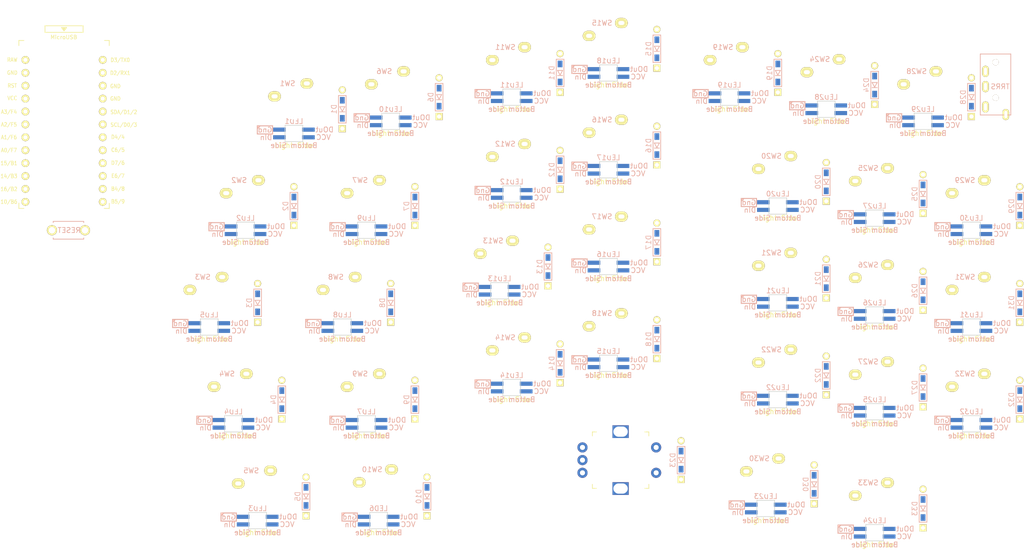
<source format=kicad_pcb>
(kicad_pcb (version 20171130) (host pcbnew "(5.1.10)-1")
  (layers (0 F.Cu signal) (31 B.Cu signal) (34 B.Paste user) (35 F.Paste user) (36 B.SilkS user) (37 F.SilkS user) (38 B.Mask user) (39 F.Mask user) (44 Edge.Cuts user))
  (net 0 "")
  (net 1 "Net-(D1-Pad2)")
  (net 2 Row0)
  (net 3 "Net-(D2-Pad2)")
  (net 4 Row1)
  (net 5 "Net-(D3-Pad2)")
  (net 6 Row2)
  (net 7 "Net-(D4-Pad2)")
  (net 8 Row3)
  (net 9 "Net-(D5-Pad2)")
  (net 10 Row4)
  (net 11 "Net-(D6-Pad2)")
  (net 12 "Net-(D7-Pad2)")
  (net 13 "Net-(D8-Pad2)")
  (net 14 "Net-(D9-Pad2)")
  (net 15 "Net-(D10-Pad2)")
  (net 16 "Net-(D11-Pad2)")
  (net 17 "Net-(D12-Pad2)")
  (net 18 "Net-(D13-Pad2)")
  (net 19 "Net-(D14-Pad2)")
  (net 20 "Net-(D15-Pad2)")
  (net 21 "Net-(D16-Pad2)")
  (net 22 "Net-(D17-Pad2)")
  (net 23 "Net-(D18-Pad2)")
  (net 24 "Net-(D19-Pad2)")
  (net 25 "Net-(D20-Pad2)")
  (net 26 "Net-(D21-Pad2)")
  (net 27 "Net-(D22-Pad2)")
  (net 28 "Net-(D23-Pad2)")
  (net 29 "Net-(D24-Pad2)")
  (net 30 "Net-(D25-Pad2)")
  (net 31 "Net-(D26-Pad2)")
  (net 32 "Net-(D27-Pad2)")
  (net 33 "Net-(D28-Pad2)")
  (net 34 "Net-(D29-Pad2)")
  (net 35 "Net-(D30-Pad2)")
  (net 36 "Net-(D31-Pad2)")
  (net 37 "Net-(D32-Pad2)")
  (net 38 "Net-(D33-Pad2)")
  (net 39 GND)
  (net 40 Data)
  (net 41 "Net-(J1-PadA)")
  (net 42 VCC)
  (net 43 "Net-(LED1-Pad1)")
  (net 44 LED)
  (net 45 "Net-(LED2-Pad1)")
  (net 46 "Net-(LED3-Pad1)")
  (net 47 "Net-(LED4-Pad1)")
  (net 48 "Net-(LED5-Pad1)")
  (net 49 "Net-(LED6-Pad1)")
  (net 50 "Net-(LED7-Pad1)")
  (net 51 "Net-(LED8-Pad1)")
  (net 52 "Net-(LED10-Pad3)")
  (net 53 "Net-(LED10-Pad1)")
  (net 54 "Net-(LED11-Pad1)")
  (net 55 "Net-(LED12-Pad1)")
  (net 56 "Net-(LED13-Pad1)")
  (net 57 "Net-(LED14-Pad1)")
  (net 58 "Net-(LED15-Pad1)")
  (net 59 "Net-(LED16-Pad1)")
  (net 60 "Net-(LED17-Pad1)")
  (net 61 "Net-(LED18-Pad1)")
  (net 62 "Net-(LED19-Pad1)")
  (net 63 "Net-(LED20-Pad1)")
  (net 64 "Net-(LED21-Pad1)")
  (net 65 "Net-(LED22-Pad1)")
  (net 66 "Net-(LED23-Pad1)")
  (net 67 "Net-(LED24-Pad1)")
  (net 68 "Net-(LED25-Pad1)")
  (net 69 "Net-(LED26-Pad1)")
  (net 70 "Net-(LED27-Pad1)")
  (net 71 "Net-(LED28-Pad1)")
  (net 72 "Net-(LED29-Pad1)")
  (net 73 "Net-(LED30-Pad1)")
  (net 74 "Net-(LED31-Pad1)")
  (net 75 "Net-(LED32-Pad1)")
  (net 76 Col0)
  (net 77 Col1)
  (net 78 Col2)
  (net 79 Col3)
  (net 80 Col4)
  (net 81 RotaryB)
  (net 82 RotaryA)
  (net 83 Col5)
  (net 84 Col6)
  (net 85 Reset)
  (net 86 "Net-(U1-Pad24)")
  (net 87 "Net-(U1-Pad12)")
  (module kbd:ProMicro_v3.5 (layer F.Cu) (at 14.2875 35.71875)
    (fp_text reference U1 hide)
    (fp_text value ProMicro hide)
    (fp_text user "" (at -1.2515 -16.256) (layer B.SilkS) (effects (justify mirror)))
    (fp_text user "" (at -0.545 -17.4) (layer F.SilkS))
    (fp_text user RAW (at -10.195 -14.5 unlocked) (layer F.SilkS) (effects (font (size 0.75 0.67) (thickness 0.125))))
    (fp_text user GND (at -10.195 -11.95 unlocked) (layer F.SilkS) (effects (font (size 0.75 0.67) (thickness 0.125))))
    (fp_text user RST (at -10.195 -9.4 unlocked) (layer F.SilkS) (effects (font (size 0.75 0.67) (thickness 0.125))))
    (fp_text user VCC (at -10.195 -6.95 unlocked) (layer F.SilkS) (effects (font (size 0.75 0.67) (thickness 0.125))))
    (fp_text user A3/F4 (at -10.845 -4.25 unlocked) (layer F.SilkS) (effects (font (size 0.75 0.67) (thickness 0.125))))
    (fp_text user A2/F5 (at -10.845 -1.75 unlocked) (layer F.SilkS) (effects (font (size 0.75 0.67) (thickness 0.125))))
    (fp_text user A1/F6 (at -10.845 0.75 unlocked) (layer F.SilkS) (effects (font (size 0.75 0.67) (thickness 0.125))))
    (fp_text user A0/F7 (at -10.845 3.3 unlocked) (layer F.SilkS) (effects (font (size 0.75 0.67) (thickness 0.125))))
    (fp_text user 15/B1 (at -10.845 5.85 unlocked) (layer F.SilkS) (effects (font (size 0.75 0.67) (thickness 0.125))))
    (fp_text user 14/B3 (at -10.845 8.4 unlocked) (layer F.SilkS) (effects (font (size 0.75 0.67) (thickness 0.125))))
    (fp_text user 10/B6 (at -10.845 13.45 unlocked) (layer F.SilkS) (effects (font (size 0.75 0.67) (thickness 0.125))))
    (fp_text user 16/B2 (at -10.845 10.95 unlocked) (layer F.SilkS) (effects (font (size 0.75 0.67) (thickness 0.125))))
    (fp_text user E6/7 (at 10.605 8.35 unlocked) (layer F.SilkS) (effects (font (size 0.75 0.67) (thickness 0.125))))
    (fp_text user D7/6 (at 10.605 5.8 unlocked) (layer F.SilkS) (effects (font (size 0.75 0.67) (thickness 0.125))))
    (fp_text user GND (at 10.105 -9.3 unlocked) (layer F.SilkS) (effects (font (size 0.75 0.67) (thickness 0.125))))
    (fp_text user GND (at 10.105 -6.85 unlocked) (layer F.SilkS) (effects (font (size 0.75 0.67) (thickness 0.125))))
    (fp_text user D3/TX0 (at 11.055 -14.45 unlocked) (layer F.SilkS) (effects (font (size 0.75 0.67) (thickness 0.125))))
    (fp_text user D4/4 (at 10.605 0.7 unlocked) (layer F.SilkS) (effects (font (size 0.75 0.67) (thickness 0.125))))
    (fp_text user SDA/D1/2 (at 11.755 -4.2 unlocked) (layer F.SilkS) (effects (font (size 0.75 0.67) (thickness 0.125))))
    (fp_text user SCL/D0/3 (at 11.755 -1.7 unlocked) (layer F.SilkS) (effects (font (size 0.75 0.67) (thickness 0.125))))
    (fp_text user C6/5 (at 10.605 3.25 unlocked) (layer F.SilkS) (effects (font (size 0.75 0.67) (thickness 0.125))))
    (fp_text user B5/9 (at 10.605 13.4 unlocked) (layer F.SilkS) (effects (font (size 0.75 0.67) (thickness 0.125))))
    (fp_text user D2/RX1 (at 11.055 -11.9 unlocked) (layer F.SilkS) (effects (font (size 0.75 0.67) (thickness 0.125))))
    (fp_text user B4/8 (at 10.605 10.9 unlocked) (layer F.SilkS) (effects (font (size 0.75 0.67) (thickness 0.125))))
    (fp_text user MicroUSB (at -0.05 -18.95) (layer F.SilkS) (effects (font (size 0.75 0.75) (thickness 0.12))))
    (pad 24 thru_hole circle (at -7.6086 -14.478) (size 1.524 1.524) (drill 0.8128) (layers *.Cu F.SilkS B.Mask) (net 86 "Net-(U1-Pad24)"))
    (pad 23 thru_hole circle (at -7.6086 -11.938) (size 1.524 1.524) (drill 0.8128) (layers *.Cu F.SilkS B.Mask) (net 39 GND))
    (pad 22 thru_hole circle (at -7.6086 -9.398) (size 1.524 1.524) (drill 0.8128) (layers *.Cu F.SilkS B.Mask) (net 85 Reset))
    (pad 21 thru_hole circle (at -7.6086 -6.858) (size 1.524 1.524) (drill 0.8128) (layers *.Cu F.SilkS B.Mask) (net 42 VCC))
    (pad 20 thru_hole circle (at -7.6086 -4.318) (size 1.524 1.524) (drill 0.8128) (layers *.Cu F.SilkS B.Mask) (net 76 Col0))
    (pad 19 thru_hole circle (at -7.6086 -1.778) (size 1.524 1.524) (drill 0.8128) (layers *.Cu F.SilkS B.Mask) (net 77 Col1))
    (pad 18 thru_hole circle (at -7.6086 0.762) (size 1.524 1.524) (drill 0.8128) (layers *.Cu F.SilkS B.Mask) (net 78 Col2))
    (pad 17 thru_hole circle (at -7.6086 3.302) (size 1.524 1.524) (drill 0.8128) (layers *.Cu F.SilkS B.Mask) (net 79 Col3))
    (pad 16 thru_hole circle (at -7.6086 5.842) (size 1.524 1.524) (drill 0.8128) (layers *.Cu F.SilkS B.Mask) (net 80 Col4))
    (pad 15 thru_hole circle (at -7.6086 8.382) (size 1.524 1.524) (drill 0.8128) (layers *.Cu F.SilkS B.Mask) (net 83 Col5))
    (pad 14 thru_hole circle (at -7.6086 10.922) (size 1.524 1.524) (drill 0.8128) (layers *.Cu F.SilkS B.Mask) (net 84 Col6))
    (pad 13 thru_hole circle (at -7.6086 13.462) (size 1.524 1.524) (drill 0.8128) (layers *.Cu F.SilkS B.Mask) (net 42 VCC))
    (pad 12 thru_hole circle (at 7.6114 13.462) (size 1.524 1.524) (drill 0.8128) (layers *.Cu F.SilkS B.Mask) (net 87 "Net-(U1-Pad12)"))
    (pad 11 thru_hole circle (at 7.6114 10.922) (size 1.524 1.524) (drill 0.8128) (layers *.Cu F.SilkS B.Mask) (net 10 Row4))
    (pad 10 thru_hole circle (at 7.6114 8.382) (size 1.524 1.524) (drill 0.8128) (layers *.Cu F.SilkS B.Mask) (net 8 Row3))
    (pad 9 thru_hole circle (at 7.6114 5.842) (size 1.524 1.524) (drill 0.8128) (layers *.Cu F.SilkS B.Mask) (net 6 Row2))
    (pad 8 thru_hole circle (at 7.6114 3.302) (size 1.524 1.524) (drill 0.8128) (layers *.Cu F.SilkS B.Mask) (net 4 Row1))
    (pad 7 thru_hole circle (at 7.6114 0.762) (size 1.524 1.524) (drill 0.8128) (layers *.Cu F.SilkS B.Mask) (net 2 Row0))
    (pad 6 thru_hole circle (at 7.6114 -1.778) (size 1.524 1.524) (drill 0.8128) (layers *.Cu F.SilkS B.Mask) (net 81 RotaryB))
    (pad 5 thru_hole circle (at 7.6114 -4.318) (size 1.524 1.524) (drill 0.8128) (layers *.Cu F.SilkS B.Mask) (net 82 RotaryA))
    (pad 4 thru_hole circle (at 7.6114 -6.858) (size 1.524 1.524) (drill 0.8128) (layers *.Cu F.SilkS B.Mask) (net 39 GND))
    (pad 3 thru_hole circle (at 7.6114 -9.398) (size 1.524 1.524) (drill 0.8128) (layers *.Cu F.SilkS B.Mask) (net 39 GND))
    (pad 2 thru_hole circle (at 7.6114 -11.938) (size 1.524 1.524) (drill 0.8128) (layers *.Cu F.SilkS B.Mask) (net 40 Data))
    (pad 1 thru_hole circle (at 7.6114 -14.478) (size 1.524 1.524) (drill 0.8128) (layers *.Cu F.SilkS B.Mask) (net 44 LED))
  )
  (module kbd_Parts:ResetSW (layer F.Cu) (at 15.15625 54.76875)
    (fp_text reference SW34 hide)
    (fp_text value SW_PUSH)
    (fp_text user RESET (at 0.127 0) (layer B.SilkS) (effects (justify mirror)))
    (pad 2 thru_hole circle (at -3.25 0) (size 2 2) (drill 1.3) (layers *.Cu *.Mask F.SilkS) (net 39 GND))
    (pad 1 thru_hole circle (at 3.25 0) (size 2 2) (drill 1.3) (layers *.Cu *.Mask F.SilkS) (net 85 Reset))
  )
  (module kbd_SW:CherryMX_1.25u_solder (layer F.Cu) (at 173.83125 109.5375)
    (fp_text reference SW33 (at -1.27 -5.08 180) (layer B.SilkS) (effects (justify mirror)))
    (fp_text value SW_PUSH hide)
    (pad "" np_thru_hole circle (at 0 0 90) (size 4 4) (drill 4) (layers *.Cu *.Mask))
    (pad "" np_thru_hole circle (at -5.08 0 90) (size 1.9 1.9) (drill 1.9) (layers *.Cu *.Mask))
    (pad "" np_thru_hole circle (at 5.08 0 90) (size 1.9 1.9) (drill 1.9) (layers *.Cu *.Mask))
    (pad 2 thru_hole oval (at 2.54 -5.08) (size 2.5 2) (drill oval 1.2 0.8) (layers *.Cu F.SilkS B.Mask) (net 38 "Net-(D33-Pad2)"))
    (pad 1 thru_hole oval (at -3.81 -2.54) (size 2.5 2) (drill oval 1.2 0.8) (layers *.Cu F.SilkS B.Mask) (net 84 Col6))
  )
  (module kbd_SW:CherryMX_1u_solder (layer F.Cu) (at 192.88125 88.10625)
    (fp_text reference SW32 (at -1.27 -5.08 180) (layer B.SilkS) (effects (justify mirror)))
    (fp_text value SW_PUSH hide)
    (pad "" np_thru_hole circle (at 0 0 90) (size 4 4) (drill 4) (layers *.Cu *.Mask))
    (pad "" np_thru_hole circle (at -5.08 0 90) (size 1.9 1.9) (drill 1.9) (layers *.Cu *.Mask))
    (pad "" np_thru_hole circle (at 5.08 0 90) (size 1.9 1.9) (drill 1.9) (layers *.Cu *.Mask))
    (pad 2 thru_hole oval (at 2.54 -5.08) (size 2.5 2) (drill oval 1.2 0.8) (layers *.Cu F.SilkS B.Mask) (net 37 "Net-(D32-Pad2)"))
    (pad 1 thru_hole oval (at -3.81 -2.54) (size 2.5 2) (drill oval 1.2 0.8) (layers *.Cu F.SilkS B.Mask) (net 84 Col6))
  )
  (module kbd_SW:CherryMX_1u_solder (layer F.Cu) (at 192.88125 69.05625)
    (fp_text reference SW31 (at -1.27 -5.08 180) (layer B.SilkS) (effects (justify mirror)))
    (fp_text value SW_PUSH hide)
    (pad "" np_thru_hole circle (at 0 0 90) (size 4 4) (drill 4) (layers *.Cu *.Mask))
    (pad "" np_thru_hole circle (at -5.08 0 90) (size 1.9 1.9) (drill 1.9) (layers *.Cu *.Mask))
    (pad "" np_thru_hole circle (at 5.08 0 90) (size 1.9 1.9) (drill 1.9) (layers *.Cu *.Mask))
    (pad 2 thru_hole oval (at 2.54 -5.08) (size 2.5 2) (drill oval 1.2 0.8) (layers *.Cu F.SilkS B.Mask) (net 36 "Net-(D31-Pad2)"))
    (pad 1 thru_hole oval (at -3.81 -2.54) (size 2.5 2) (drill oval 1.2 0.8) (layers *.Cu F.SilkS B.Mask) (net 84 Col6))
  )
  (module kbd_SW:CherryMX_1u_solder (layer F.Cu) (at 152.4 104.775)
    (fp_text reference SW30 (at -1.27 -5.08 180) (layer B.SilkS) (effects (justify mirror)))
    (fp_text value SW_PUSH hide)
    (pad "" np_thru_hole circle (at 0 0 90) (size 4 4) (drill 4) (layers *.Cu *.Mask))
    (pad "" np_thru_hole circle (at -5.08 0 90) (size 1.9 1.9) (drill 1.9) (layers *.Cu *.Mask))
    (pad "" np_thru_hole circle (at 5.08 0 90) (size 1.9 1.9) (drill 1.9) (layers *.Cu *.Mask))
    (pad 2 thru_hole oval (at 2.54 -5.08) (size 2.5 2) (drill oval 1.2 0.8) (layers *.Cu F.SilkS B.Mask) (net 35 "Net-(D30-Pad2)"))
    (pad 1 thru_hole oval (at -3.81 -2.54) (size 2.5 2) (drill oval 1.2 0.8) (layers *.Cu F.SilkS B.Mask) (net 84 Col6))
  )
  (module kbd_SW:CherryMX_1u_solder (layer F.Cu) (at 192.88125 50.00625)
    (fp_text reference SW29 (at -1.27 -5.08 180) (layer B.SilkS) (effects (justify mirror)))
    (fp_text value SW_PUSH hide)
    (pad "" np_thru_hole circle (at 0 0 90) (size 4 4) (drill 4) (layers *.Cu *.Mask))
    (pad "" np_thru_hole circle (at -5.08 0 90) (size 1.9 1.9) (drill 1.9) (layers *.Cu *.Mask))
    (pad "" np_thru_hole circle (at 5.08 0 90) (size 1.9 1.9) (drill 1.9) (layers *.Cu *.Mask))
    (pad 2 thru_hole oval (at 2.54 -5.08) (size 2.5 2) (drill oval 1.2 0.8) (layers *.Cu F.SilkS B.Mask) (net 34 "Net-(D29-Pad2)"))
    (pad 1 thru_hole oval (at -3.81 -2.54) (size 2.5 2) (drill oval 1.2 0.8) (layers *.Cu F.SilkS B.Mask) (net 84 Col6))
  )
  (module kbd_SW:CherryMX_1u_solder (layer F.Cu) (at 183.35625 28.575)
    (fp_text reference SW28 (at -1.27 -5.08 180) (layer B.SilkS) (effects (justify mirror)))
    (fp_text value SW_PUSH hide)
    (pad "" np_thru_hole circle (at 0 0 90) (size 4 4) (drill 4) (layers *.Cu *.Mask))
    (pad "" np_thru_hole circle (at -5.08 0 90) (size 1.9 1.9) (drill 1.9) (layers *.Cu *.Mask))
    (pad "" np_thru_hole circle (at 5.08 0 90) (size 1.9 1.9) (drill 1.9) (layers *.Cu *.Mask))
    (pad 2 thru_hole oval (at 2.54 -5.08) (size 2.5 2) (drill oval 1.2 0.8) (layers *.Cu F.SilkS B.Mask) (net 33 "Net-(D28-Pad2)"))
    (pad 1 thru_hole oval (at -3.81 -2.54) (size 2.5 2) (drill oval 1.2 0.8) (layers *.Cu F.SilkS B.Mask) (net 83 Col5))
  )
  (module kbd_SW:CherryMX_1u_solder (layer F.Cu) (at 173.83125 85.725)
    (fp_text reference SW27 (at -1.27 -5.08 180) (layer B.SilkS) (effects (justify mirror)))
    (fp_text value SW_PUSH hide)
    (pad "" np_thru_hole circle (at 0 0 90) (size 4 4) (drill 4) (layers *.Cu *.Mask))
    (pad "" np_thru_hole circle (at -5.08 0 90) (size 1.9 1.9) (drill 1.9) (layers *.Cu *.Mask))
    (pad "" np_thru_hole circle (at 5.08 0 90) (size 1.9 1.9) (drill 1.9) (layers *.Cu *.Mask))
    (pad 2 thru_hole oval (at 2.54 -5.08) (size 2.5 2) (drill oval 1.2 0.8) (layers *.Cu F.SilkS B.Mask) (net 32 "Net-(D27-Pad2)"))
    (pad 1 thru_hole oval (at -3.81 -2.54) (size 2.5 2) (drill oval 1.2 0.8) (layers *.Cu F.SilkS B.Mask) (net 83 Col5))
  )
  (module kbd_SW:CherryMX_1u_solder (layer F.Cu) (at 173.83125 66.675)
    (fp_text reference SW26 (at -1.27 -5.08 180) (layer B.SilkS) (effects (justify mirror)))
    (fp_text value SW_PUSH hide)
    (pad "" np_thru_hole circle (at 0 0 90) (size 4 4) (drill 4) (layers *.Cu *.Mask))
    (pad "" np_thru_hole circle (at -5.08 0 90) (size 1.9 1.9) (drill 1.9) (layers *.Cu *.Mask))
    (pad "" np_thru_hole circle (at 5.08 0 90) (size 1.9 1.9) (drill 1.9) (layers *.Cu *.Mask))
    (pad 2 thru_hole oval (at 2.54 -5.08) (size 2.5 2) (drill oval 1.2 0.8) (layers *.Cu F.SilkS B.Mask) (net 31 "Net-(D26-Pad2)"))
    (pad 1 thru_hole oval (at -3.81 -2.54) (size 2.5 2) (drill oval 1.2 0.8) (layers *.Cu F.SilkS B.Mask) (net 83 Col5))
  )
  (module kbd_SW:CherryMX_1u_solder (layer F.Cu) (at 173.83125 47.625)
    (fp_text reference SW25 (at -1.27 -5.08 180) (layer B.SilkS) (effects (justify mirror)))
    (fp_text value SW_PUSH hide)
    (pad "" np_thru_hole circle (at 0 0 90) (size 4 4) (drill 4) (layers *.Cu *.Mask))
    (pad "" np_thru_hole circle (at -5.08 0 90) (size 1.9 1.9) (drill 1.9) (layers *.Cu *.Mask))
    (pad "" np_thru_hole circle (at 5.08 0 90) (size 1.9 1.9) (drill 1.9) (layers *.Cu *.Mask))
    (pad 2 thru_hole oval (at 2.54 -5.08) (size 2.5 2) (drill oval 1.2 0.8) (layers *.Cu F.SilkS B.Mask) (net 30 "Net-(D25-Pad2)"))
    (pad 1 thru_hole oval (at -3.81 -2.54) (size 2.5 2) (drill oval 1.2 0.8) (layers *.Cu F.SilkS B.Mask) (net 83 Col5))
  )
  (module kbd_SW:CherryMX_1u_solder (layer F.Cu) (at 164.30625 26.19375)
    (fp_text reference SW24 (at -1.27 -5.08 180) (layer B.SilkS) (effects (justify mirror)))
    (fp_text value SW_PUSH hide)
    (pad "" np_thru_hole circle (at 0 0 90) (size 4 4) (drill 4) (layers *.Cu *.Mask))
    (pad "" np_thru_hole circle (at -5.08 0 90) (size 1.9 1.9) (drill 1.9) (layers *.Cu *.Mask))
    (pad "" np_thru_hole circle (at 5.08 0 90) (size 1.9 1.9) (drill 1.9) (layers *.Cu *.Mask))
    (pad 2 thru_hole oval (at 2.54 -5.08) (size 2.5 2) (drill oval 1.2 0.8) (layers *.Cu F.SilkS B.Mask) (net 29 "Net-(D24-Pad2)"))
    (pad 1 thru_hole oval (at -3.81 -2.54) (size 2.5 2) (drill oval 1.2 0.8) (layers *.Cu F.SilkS B.Mask) (net 83 Col5))
  )
  (module kbd_Parts:RotaryEncoder_EC12E (layer F.Cu) (at 123.825 100.0125)
    (fp_text reference SW23)
    (fp_text value Rotary_Encoder_Switch)
    (pad S1 thru_hole circle (at 7 2.5) (size 2 2) (drill 1) (layers *.Cu *.Mask) (net 28 "Net-(D23-Pad2)"))
    (pad S2 thru_hole circle (at 7 -2.5) (size 2 2) (drill 1) (layers *.Cu *.Mask) (net 80 Col4))
    (pad MP thru_hole rect (at 0 5.6) (size 3.2 2.5) (drill oval 2.8 2) (layers *.Cu *.Mask))
    (pad MP thru_hole rect (at 0 -5.6) (size 3.2 2.5) (drill oval 2.8 2) (layers *.Cu *.Mask))
    (pad B thru_hole circle (at -7.5 2.5) (size 2 2) (drill 1) (layers *.Cu *.Mask) (net 81 RotaryB))
    (pad C thru_hole circle (at -7.5 0) (size 2 2) (drill 1) (layers *.Cu *.Mask) (net 39 GND))
    (pad A thru_hole circle (at -7.5 -2.5) (size 2 2) (drill 1) (layers *.Cu *.Mask) (net 82 RotaryA))
  )
  (module kbd_SW:CherryMX_1u_solder (layer F.Cu) (at 154.78125 83.34375)
    (fp_text reference SW22 (at -1.27 -5.08 180) (layer B.SilkS) (effects (justify mirror)))
    (fp_text value SW_PUSH hide)
    (pad "" np_thru_hole circle (at 0 0 90) (size 4 4) (drill 4) (layers *.Cu *.Mask))
    (pad "" np_thru_hole circle (at -5.08 0 90) (size 1.9 1.9) (drill 1.9) (layers *.Cu *.Mask))
    (pad "" np_thru_hole circle (at 5.08 0 90) (size 1.9 1.9) (drill 1.9) (layers *.Cu *.Mask))
    (pad 2 thru_hole oval (at 2.54 -5.08) (size 2.5 2) (drill oval 1.2 0.8) (layers *.Cu F.SilkS B.Mask) (net 27 "Net-(D22-Pad2)"))
    (pad 1 thru_hole oval (at -3.81 -2.54) (size 2.5 2) (drill oval 1.2 0.8) (layers *.Cu F.SilkS B.Mask) (net 80 Col4))
  )
  (module kbd_SW:CherryMX_1u_solder (layer F.Cu) (at 154.78125 64.29375)
    (fp_text reference SW21 (at -1.27 -5.08 180) (layer B.SilkS) (effects (justify mirror)))
    (fp_text value SW_PUSH hide)
    (pad "" np_thru_hole circle (at 0 0 90) (size 4 4) (drill 4) (layers *.Cu *.Mask))
    (pad "" np_thru_hole circle (at -5.08 0 90) (size 1.9 1.9) (drill 1.9) (layers *.Cu *.Mask))
    (pad "" np_thru_hole circle (at 5.08 0 90) (size 1.9 1.9) (drill 1.9) (layers *.Cu *.Mask))
    (pad 2 thru_hole oval (at 2.54 -5.08) (size 2.5 2) (drill oval 1.2 0.8) (layers *.Cu F.SilkS B.Mask) (net 26 "Net-(D21-Pad2)"))
    (pad 1 thru_hole oval (at -3.81 -2.54) (size 2.5 2) (drill oval 1.2 0.8) (layers *.Cu F.SilkS B.Mask) (net 80 Col4))
  )
  (module kbd_SW:CherryMX_1u_solder (layer F.Cu) (at 154.78125 45.24375)
    (fp_text reference SW20 (at -1.27 -5.08 180) (layer B.SilkS) (effects (justify mirror)))
    (fp_text value SW_PUSH hide)
    (pad "" np_thru_hole circle (at 0 0 90) (size 4 4) (drill 4) (layers *.Cu *.Mask))
    (pad "" np_thru_hole circle (at -5.08 0 90) (size 1.9 1.9) (drill 1.9) (layers *.Cu *.Mask))
    (pad "" np_thru_hole circle (at 5.08 0 90) (size 1.9 1.9) (drill 1.9) (layers *.Cu *.Mask))
    (pad 2 thru_hole oval (at 2.54 -5.08) (size 2.5 2) (drill oval 1.2 0.8) (layers *.Cu F.SilkS B.Mask) (net 25 "Net-(D20-Pad2)"))
    (pad 1 thru_hole oval (at -3.81 -2.54) (size 2.5 2) (drill oval 1.2 0.8) (layers *.Cu F.SilkS B.Mask) (net 80 Col4))
  )
  (module kbd_SW:CherryMX_1u_solder (layer F.Cu) (at 145.25625 23.8125)
    (fp_text reference SW19 (at -1.27 -5.08 180) (layer B.SilkS) (effects (justify mirror)))
    (fp_text value SW_PUSH hide)
    (pad "" np_thru_hole circle (at 0 0 90) (size 4 4) (drill 4) (layers *.Cu *.Mask))
    (pad "" np_thru_hole circle (at -5.08 0 90) (size 1.9 1.9) (drill 1.9) (layers *.Cu *.Mask))
    (pad "" np_thru_hole circle (at 5.08 0 90) (size 1.9 1.9) (drill 1.9) (layers *.Cu *.Mask))
    (pad 2 thru_hole oval (at 2.54 -5.08) (size 2.5 2) (drill oval 1.2 0.8) (layers *.Cu F.SilkS B.Mask) (net 24 "Net-(D19-Pad2)"))
    (pad 1 thru_hole oval (at -3.81 -2.54) (size 2.5 2) (drill oval 1.2 0.8) (layers *.Cu F.SilkS B.Mask) (net 80 Col4))
  )
  (module kbd_SW:CherryMX_1u_solder (layer F.Cu) (at 121.44375 76.2)
    (fp_text reference SW18 (at -1.27 -5.08 180) (layer B.SilkS) (effects (justify mirror)))
    (fp_text value SW_PUSH hide)
    (pad "" np_thru_hole circle (at 0 0 90) (size 4 4) (drill 4) (layers *.Cu *.Mask))
    (pad "" np_thru_hole circle (at -5.08 0 90) (size 1.9 1.9) (drill 1.9) (layers *.Cu *.Mask))
    (pad "" np_thru_hole circle (at 5.08 0 90) (size 1.9 1.9) (drill 1.9) (layers *.Cu *.Mask))
    (pad 2 thru_hole oval (at 2.54 -5.08) (size 2.5 2) (drill oval 1.2 0.8) (layers *.Cu F.SilkS B.Mask) (net 23 "Net-(D18-Pad2)"))
    (pad 1 thru_hole oval (at -3.81 -2.54) (size 2.5 2) (drill oval 1.2 0.8) (layers *.Cu F.SilkS B.Mask) (net 79 Col3))
  )
  (module kbd_SW:CherryMX_1u_solder (layer F.Cu) (at 121.44375 57.15)
    (fp_text reference SW17 (at -1.27 -5.08 180) (layer B.SilkS) (effects (justify mirror)))
    (fp_text value SW_PUSH hide)
    (pad "" np_thru_hole circle (at 0 0 90) (size 4 4) (drill 4) (layers *.Cu *.Mask))
    (pad "" np_thru_hole circle (at -5.08 0 90) (size 1.9 1.9) (drill 1.9) (layers *.Cu *.Mask))
    (pad "" np_thru_hole circle (at 5.08 0 90) (size 1.9 1.9) (drill 1.9) (layers *.Cu *.Mask))
    (pad 2 thru_hole oval (at 2.54 -5.08) (size 2.5 2) (drill oval 1.2 0.8) (layers *.Cu F.SilkS B.Mask) (net 22 "Net-(D17-Pad2)"))
    (pad 1 thru_hole oval (at -3.81 -2.54) (size 2.5 2) (drill oval 1.2 0.8) (layers *.Cu F.SilkS B.Mask) (net 79 Col3))
  )
  (module kbd_SW:CherryMX_1u_solder (layer F.Cu) (at 121.44375 38.1)
    (fp_text reference SW16 (at -1.27 -5.08 180) (layer B.SilkS) (effects (justify mirror)))
    (fp_text value SW_PUSH hide)
    (pad "" np_thru_hole circle (at 0 0 90) (size 4 4) (drill 4) (layers *.Cu *.Mask))
    (pad "" np_thru_hole circle (at -5.08 0 90) (size 1.9 1.9) (drill 1.9) (layers *.Cu *.Mask))
    (pad "" np_thru_hole circle (at 5.08 0 90) (size 1.9 1.9) (drill 1.9) (layers *.Cu *.Mask))
    (pad 2 thru_hole oval (at 2.54 -5.08) (size 2.5 2) (drill oval 1.2 0.8) (layers *.Cu F.SilkS B.Mask) (net 21 "Net-(D16-Pad2)"))
    (pad 1 thru_hole oval (at -3.81 -2.54) (size 2.5 2) (drill oval 1.2 0.8) (layers *.Cu F.SilkS B.Mask) (net 79 Col3))
  )
  (module kbd_SW:CherryMX_1u_solder (layer F.Cu) (at 121.44375 19.05)
    (fp_text reference SW15 (at -1.27 -5.08 180) (layer B.SilkS) (effects (justify mirror)))
    (fp_text value SW_PUSH hide)
    (pad "" np_thru_hole circle (at 0 0 90) (size 4 4) (drill 4) (layers *.Cu *.Mask))
    (pad "" np_thru_hole circle (at -5.08 0 90) (size 1.9 1.9) (drill 1.9) (layers *.Cu *.Mask))
    (pad "" np_thru_hole circle (at 5.08 0 90) (size 1.9 1.9) (drill 1.9) (layers *.Cu *.Mask))
    (pad 2 thru_hole oval (at 2.54 -5.08) (size 2.5 2) (drill oval 1.2 0.8) (layers *.Cu F.SilkS B.Mask) (net 20 "Net-(D15-Pad2)"))
    (pad 1 thru_hole oval (at -3.81 -2.54) (size 2.5 2) (drill oval 1.2 0.8) (layers *.Cu F.SilkS B.Mask) (net 79 Col3))
  )
  (module kbd_SW:CherryMX_1u_solder (layer F.Cu) (at 102.39375 80.9625)
    (fp_text reference SW14 (at -1.27 -5.08 180) (layer B.SilkS) (effects (justify mirror)))
    (fp_text value SW_PUSH hide)
    (pad "" np_thru_hole circle (at 0 0 90) (size 4 4) (drill 4) (layers *.Cu *.Mask))
    (pad "" np_thru_hole circle (at -5.08 0 90) (size 1.9 1.9) (drill 1.9) (layers *.Cu *.Mask))
    (pad "" np_thru_hole circle (at 5.08 0 90) (size 1.9 1.9) (drill 1.9) (layers *.Cu *.Mask))
    (pad 2 thru_hole oval (at 2.54 -5.08) (size 2.5 2) (drill oval 1.2 0.8) (layers *.Cu F.SilkS B.Mask) (net 19 "Net-(D14-Pad2)"))
    (pad 1 thru_hole oval (at -3.81 -2.54) (size 2.5 2) (drill oval 1.2 0.8) (layers *.Cu F.SilkS B.Mask) (net 78 Col2))
  )
  (module kbd_SW:CherryMX_1u_solder (layer F.Cu) (at 100.0125 61.9125)
    (fp_text reference SW13 (at -1.27 -5.08 180) (layer B.SilkS) (effects (justify mirror)))
    (fp_text value SW_PUSH hide)
    (pad "" np_thru_hole circle (at 0 0 90) (size 4 4) (drill 4) (layers *.Cu *.Mask))
    (pad "" np_thru_hole circle (at -5.08 0 90) (size 1.9 1.9) (drill 1.9) (layers *.Cu *.Mask))
    (pad "" np_thru_hole circle (at 5.08 0 90) (size 1.9 1.9) (drill 1.9) (layers *.Cu *.Mask))
    (pad 2 thru_hole oval (at 2.54 -5.08) (size 2.5 2) (drill oval 1.2 0.8) (layers *.Cu F.SilkS B.Mask) (net 18 "Net-(D13-Pad2)"))
    (pad 1 thru_hole oval (at -3.81 -2.54) (size 2.5 2) (drill oval 1.2 0.8) (layers *.Cu F.SilkS B.Mask) (net 78 Col2))
  )
  (module kbd_SW:CherryMX_1u_solder (layer F.Cu) (at 102.39375 42.8625)
    (fp_text reference SW12 (at -1.27 -5.08 180) (layer B.SilkS) (effects (justify mirror)))
    (fp_text value SW_PUSH hide)
    (pad "" np_thru_hole circle (at 0 0 90) (size 4 4) (drill 4) (layers *.Cu *.Mask))
    (pad "" np_thru_hole circle (at -5.08 0 90) (size 1.9 1.9) (drill 1.9) (layers *.Cu *.Mask))
    (pad "" np_thru_hole circle (at 5.08 0 90) (size 1.9 1.9) (drill 1.9) (layers *.Cu *.Mask))
    (pad 2 thru_hole oval (at 2.54 -5.08) (size 2.5 2) (drill oval 1.2 0.8) (layers *.Cu F.SilkS B.Mask) (net 17 "Net-(D12-Pad2)"))
    (pad 1 thru_hole oval (at -3.81 -2.54) (size 2.5 2) (drill oval 1.2 0.8) (layers *.Cu F.SilkS B.Mask) (net 78 Col2))
  )
  (module kbd_SW:CherryMX_1u_solder (layer F.Cu) (at 102.39375 23.8125)
    (fp_text reference SW11 (at -1.27 -5.08 180) (layer B.SilkS) (effects (justify mirror)))
    (fp_text value SW_PUSH hide)
    (pad "" np_thru_hole circle (at 0 0 90) (size 4 4) (drill 4) (layers *.Cu *.Mask))
    (pad "" np_thru_hole circle (at -5.08 0 90) (size 1.9 1.9) (drill 1.9) (layers *.Cu *.Mask))
    (pad "" np_thru_hole circle (at 5.08 0 90) (size 1.9 1.9) (drill 1.9) (layers *.Cu *.Mask))
    (pad 2 thru_hole oval (at 2.54 -5.08) (size 2.5 2) (drill oval 1.2 0.8) (layers *.Cu F.SilkS B.Mask) (net 16 "Net-(D11-Pad2)"))
    (pad 1 thru_hole oval (at -3.81 -2.54) (size 2.5 2) (drill oval 1.2 0.8) (layers *.Cu F.SilkS B.Mask) (net 78 Col2))
  )
  (module kbd_SW:CherryMX_1.25u_solder (layer F.Cu) (at 76.2 106.935)
    (fp_text reference SW10 (at -1.27 -5.08 180) (layer B.SilkS) (effects (justify mirror)))
    (fp_text value SW_PUSH hide)
    (pad "" np_thru_hole circle (at 0 0 90) (size 4 4) (drill 4) (layers *.Cu *.Mask))
    (pad "" np_thru_hole circle (at -5.08 0 90) (size 1.9 1.9) (drill 1.9) (layers *.Cu *.Mask))
    (pad "" np_thru_hole circle (at 5.08 0 90) (size 1.9 1.9) (drill 1.9) (layers *.Cu *.Mask))
    (pad 2 thru_hole oval (at 2.54 -5.08) (size 2.5 2) (drill oval 1.2 0.8) (layers *.Cu F.SilkS B.Mask) (net 15 "Net-(D10-Pad2)"))
    (pad 1 thru_hole oval (at -3.81 -2.54) (size 2.5 2) (drill oval 1.2 0.8) (layers *.Cu F.SilkS B.Mask) (net 77 Col1))
  )
  (module kbd_SW:CherryMX_1u_solder (layer F.Cu) (at 73.81875 88.10625)
    (fp_text reference SW9 (at -1.27 -5.08 180) (layer B.SilkS) (effects (justify mirror)))
    (fp_text value SW_PUSH hide)
    (pad "" np_thru_hole circle (at 0 0 90) (size 4 4) (drill 4) (layers *.Cu *.Mask))
    (pad "" np_thru_hole circle (at -5.08 0 90) (size 1.9 1.9) (drill 1.9) (layers *.Cu *.Mask))
    (pad "" np_thru_hole circle (at 5.08 0 90) (size 1.9 1.9) (drill 1.9) (layers *.Cu *.Mask))
    (pad 2 thru_hole oval (at 2.54 -5.08) (size 2.5 2) (drill oval 1.2 0.8) (layers *.Cu F.SilkS B.Mask) (net 14 "Net-(D9-Pad2)"))
    (pad 1 thru_hole oval (at -3.81 -2.54) (size 2.5 2) (drill oval 1.2 0.8) (layers *.Cu F.SilkS B.Mask) (net 77 Col1))
  )
  (module kbd_SW:CherryMX_1u_solder (layer F.Cu) (at 69.05625 69.05625)
    (fp_text reference SW8 (at -1.27 -5.08 180) (layer B.SilkS) (effects (justify mirror)))
    (fp_text value SW_PUSH hide)
    (pad "" np_thru_hole circle (at 0 0 90) (size 4 4) (drill 4) (layers *.Cu *.Mask))
    (pad "" np_thru_hole circle (at -5.08 0 90) (size 1.9 1.9) (drill 1.9) (layers *.Cu *.Mask))
    (pad "" np_thru_hole circle (at 5.08 0 90) (size 1.9 1.9) (drill 1.9) (layers *.Cu *.Mask))
    (pad 2 thru_hole oval (at 2.54 -5.08) (size 2.5 2) (drill oval 1.2 0.8) (layers *.Cu F.SilkS B.Mask) (net 13 "Net-(D8-Pad2)"))
    (pad 1 thru_hole oval (at -3.81 -2.54) (size 2.5 2) (drill oval 1.2 0.8) (layers *.Cu F.SilkS B.Mask) (net 77 Col1))
  )
  (module kbd_SW:CherryMX_1u_solder (layer F.Cu) (at 73.81875 50.00625)
    (fp_text reference SW7 (at -1.27 -5.08 180) (layer B.SilkS) (effects (justify mirror)))
    (fp_text value SW_PUSH hide)
    (pad "" np_thru_hole circle (at 0 0 90) (size 4 4) (drill 4) (layers *.Cu *.Mask))
    (pad "" np_thru_hole circle (at -5.08 0 90) (size 1.9 1.9) (drill 1.9) (layers *.Cu *.Mask))
    (pad "" np_thru_hole circle (at 5.08 0 90) (size 1.9 1.9) (drill 1.9) (layers *.Cu *.Mask))
    (pad 2 thru_hole oval (at 2.54 -5.08) (size 2.5 2) (drill oval 1.2 0.8) (layers *.Cu F.SilkS B.Mask) (net 12 "Net-(D7-Pad2)"))
    (pad 1 thru_hole oval (at -3.81 -2.54) (size 2.5 2) (drill oval 1.2 0.8) (layers *.Cu F.SilkS B.Mask) (net 77 Col1))
  )
  (module kbd_SW:CherryMX_1u_solder (layer F.Cu) (at 78.58125 28.575)
    (fp_text reference SW6 (at -1.27 -5.08 180) (layer B.SilkS) (effects (justify mirror)))
    (fp_text value SW_PUSH hide)
    (pad "" np_thru_hole circle (at 0 0 90) (size 4 4) (drill 4) (layers *.Cu *.Mask))
    (pad "" np_thru_hole circle (at -5.08 0 90) (size 1.9 1.9) (drill 1.9) (layers *.Cu *.Mask))
    (pad "" np_thru_hole circle (at 5.08 0 90) (size 1.9 1.9) (drill 1.9) (layers *.Cu *.Mask))
    (pad 2 thru_hole oval (at 2.54 -5.08) (size 2.5 2) (drill oval 1.2 0.8) (layers *.Cu F.SilkS B.Mask) (net 11 "Net-(D6-Pad2)"))
    (pad 1 thru_hole oval (at -3.81 -2.54) (size 2.5 2) (drill oval 1.2 0.8) (layers *.Cu F.SilkS B.Mask) (net 77 Col1))
  )
  (module kbd_SW:CherryMX_1.25u_solder (layer F.Cu) (at 52.3875 107.15625)
    (fp_text reference SW5 (at -1.27 -5.08 180) (layer B.SilkS) (effects (justify mirror)))
    (fp_text value SW_PUSH hide)
    (pad "" np_thru_hole circle (at 0 0 90) (size 4 4) (drill 4) (layers *.Cu *.Mask))
    (pad "" np_thru_hole circle (at -5.08 0 90) (size 1.9 1.9) (drill 1.9) (layers *.Cu *.Mask))
    (pad "" np_thru_hole circle (at 5.08 0 90) (size 1.9 1.9) (drill 1.9) (layers *.Cu *.Mask))
    (pad 2 thru_hole oval (at 2.54 -5.08) (size 2.5 2) (drill oval 1.2 0.8) (layers *.Cu F.SilkS B.Mask) (net 9 "Net-(D5-Pad2)"))
    (pad 1 thru_hole oval (at -3.81 -2.54) (size 2.5 2) (drill oval 1.2 0.8) (layers *.Cu F.SilkS B.Mask) (net 76 Col0))
  )
  (module kbd_SW:CherryMX_1.75u_solder (layer F.Cu) (at 47.625 88.10625)
    (fp_text reference SW4 (at -1.27 -5.08 180) (layer B.SilkS) (effects (justify mirror)))
    (fp_text value SW_PUSH hide)
    (pad "" np_thru_hole circle (at 0 0 90) (size 4 4) (drill 4) (layers *.Cu *.Mask))
    (pad "" np_thru_hole circle (at -5.08 0 90) (size 1.9 1.9) (drill 1.9) (layers *.Cu *.Mask))
    (pad "" np_thru_hole circle (at 5.08 0 90) (size 1.9 1.9) (drill 1.9) (layers *.Cu *.Mask))
    (pad 2 thru_hole oval (at 2.54 -5.08) (size 2.5 2) (drill oval 1.2 0.8) (layers *.Cu F.SilkS B.Mask) (net 7 "Net-(D4-Pad2)"))
    (pad 1 thru_hole oval (at -3.81 -2.54) (size 2.5 2) (drill oval 1.2 0.8) (layers *.Cu F.SilkS B.Mask) (net 76 Col0))
  )
  (module kbd_SW:CherryMX_1.75u_solder (layer F.Cu) (at 42.8625 69.05625)
    (fp_text reference SW3 (at -1.27 -5.08 180) (layer B.SilkS) (effects (justify mirror)))
    (fp_text value SW_PUSH hide)
    (pad "" np_thru_hole circle (at 0 0 90) (size 4 4) (drill 4) (layers *.Cu *.Mask))
    (pad "" np_thru_hole circle (at -5.08 0 90) (size 1.9 1.9) (drill 1.9) (layers *.Cu *.Mask))
    (pad "" np_thru_hole circle (at 5.08 0 90) (size 1.9 1.9) (drill 1.9) (layers *.Cu *.Mask))
    (pad 2 thru_hole oval (at 2.54 -5.08) (size 2.5 2) (drill oval 1.2 0.8) (layers *.Cu F.SilkS B.Mask) (net 5 "Net-(D3-Pad2)"))
    (pad 1 thru_hole oval (at -3.81 -2.54) (size 2.5 2) (drill oval 1.2 0.8) (layers *.Cu F.SilkS B.Mask) (net 76 Col0))
  )
  (module kbd_SW:CherryMX_1.5u_solder (layer F.Cu) (at 50.00625 50.00625)
    (fp_text reference SW2 (at -1.27 -5.08 180) (layer B.SilkS) (effects (justify mirror)))
    (fp_text value SW_PUSH hide)
    (pad "" np_thru_hole circle (at 0 0 90) (size 4 4) (drill 4) (layers *.Cu *.Mask))
    (pad "" np_thru_hole circle (at -5.08 0 90) (size 1.9 1.9) (drill 1.9) (layers *.Cu *.Mask))
    (pad "" np_thru_hole circle (at 5.08 0 90) (size 1.9 1.9) (drill 1.9) (layers *.Cu *.Mask))
    (pad 2 thru_hole oval (at 2.54 -5.08) (size 2.5 2) (drill oval 1.2 0.8) (layers *.Cu F.SilkS B.Mask) (net 3 "Net-(D2-Pad2)"))
    (pad 1 thru_hole oval (at -3.81 -2.54) (size 2.5 2) (drill oval 1.2 0.8) (layers *.Cu F.SilkS B.Mask) (net 76 Col0))
  )
  (module kbd_SW:CherryMX_1u_solder (layer F.Cu) (at 59.53125 30.95625)
    (fp_text reference SW1 (at -1.27 -5.08 180) (layer B.SilkS) (effects (justify mirror)))
    (fp_text value SW_PUSH hide)
    (pad "" np_thru_hole circle (at 0 0 90) (size 4 4) (drill 4) (layers *.Cu *.Mask))
    (pad "" np_thru_hole circle (at -5.08 0 90) (size 1.9 1.9) (drill 1.9) (layers *.Cu *.Mask))
    (pad "" np_thru_hole circle (at 5.08 0 90) (size 1.9 1.9) (drill 1.9) (layers *.Cu *.Mask))
    (pad 2 thru_hole oval (at 2.54 -5.08) (size 2.5 2) (drill oval 1.2 0.8) (layers *.Cu F.SilkS B.Mask) (net 1 "Net-(D1-Pad2)"))
    (pad 1 thru_hole oval (at -3.81 -2.54) (size 2.5 2) (drill oval 1.2 0.8) (layers *.Cu F.SilkS B.Mask) (net 76 Col0))
  )
  (module kbd_Parts:LED_SK6812MINI-E_BL (layer F.Cu) (at 192.88125 92.86875)
    (fp_text reference LED32 (at 0 -2.4) (layer B.SilkS) (effects (justify mirror)))
    (fp_text value LED_SK6812MINI-E)
    (fp_line (start 1.75 1.6) (end -1.75 1.6) (layer Edge.Cuts) (width 0.12))
    (fp_line (start 1.75 -1.6) (end 1.75 1.6) (layer Edge.Cuts) (width 0.12))
    (fp_line (start -1.75 -1.6) (end 1.75 -1.6) (layer Edge.Cuts) (width 0.12))
    (fp_line (start -1.75 1.6) (end -1.75 -1.6) (layer Edge.Cuts) (width 0.12))
    (fp_text user Gnd (at -5.69 -0.7) (layer B.SilkS) (effects (justify mirror)))
    (fp_text user DIn (at -5.49 0.79) (layer B.SilkS) (effects (justify mirror)))
    (fp_text user DOut (at 6.03 -0.75) (layer B.SilkS) (effects (justify mirror)))
    (fp_text user VCC (at 5.82 0.75) (layer B.SilkS) (effects (justify mirror)))
    (fp_text user "Light Side" (at 0 2.35) (layer F.SilkS))
    (fp_text user "Bottom Side" (at 0 2.35) (layer B.SilkS) (effects (justify mirror)))
    (pad 4 smd rect (at 2.5 0.75) (size 2.5 0.82) (drill (offset 0.35 0)) (layers B.Cu B.Paste B.Mask) (net 42 VCC))
    (pad 1 smd rect (at 2.5 -0.75) (size 2.5 0.82) (drill (offset 0.35 0)) (layers B.Cu B.Paste B.Mask) (net 75 "Net-(LED32-Pad1)"))
    (pad 2 smd rect (at -2.5 -0.75) (size 2.5 0.82) (drill (offset -0.35 0)) (layers B.Cu B.Paste B.Mask) (net 39 GND))
    (pad 3 smd rect (at -2.5 0.75) (size 2.5 0.82) (drill (offset -0.35 0)) (layers B.Cu B.Paste B.Mask) (net 74 "Net-(LED31-Pad1)"))
  )
  (module kbd_Parts:LED_SK6812MINI-E_BL (layer F.Cu) (at 192.88125 73.81875)
    (fp_text reference LED31 (at 0 -2.4) (layer B.SilkS) (effects (justify mirror)))
    (fp_text value LED_SK6812MINI-E)
    (fp_line (start 1.75 1.6) (end -1.75 1.6) (layer Edge.Cuts) (width 0.12))
    (fp_line (start 1.75 -1.6) (end 1.75 1.6) (layer Edge.Cuts) (width 0.12))
    (fp_line (start -1.75 -1.6) (end 1.75 -1.6) (layer Edge.Cuts) (width 0.12))
    (fp_line (start -1.75 1.6) (end -1.75 -1.6) (layer Edge.Cuts) (width 0.12))
    (fp_text user Gnd (at -5.69 -0.7) (layer B.SilkS) (effects (justify mirror)))
    (fp_text user DIn (at -5.49 0.79) (layer B.SilkS) (effects (justify mirror)))
    (fp_text user DOut (at 6.03 -0.75) (layer B.SilkS) (effects (justify mirror)))
    (fp_text user VCC (at 5.82 0.75) (layer B.SilkS) (effects (justify mirror)))
    (fp_text user "Light Side" (at 0 2.35) (layer F.SilkS))
    (fp_text user "Bottom Side" (at 0 2.35) (layer B.SilkS) (effects (justify mirror)))
    (pad 4 smd rect (at 2.5 0.75) (size 2.5 0.82) (drill (offset 0.35 0)) (layers B.Cu B.Paste B.Mask) (net 42 VCC))
    (pad 1 smd rect (at 2.5 -0.75) (size 2.5 0.82) (drill (offset 0.35 0)) (layers B.Cu B.Paste B.Mask) (net 74 "Net-(LED31-Pad1)"))
    (pad 2 smd rect (at -2.5 -0.75) (size 2.5 0.82) (drill (offset -0.35 0)) (layers B.Cu B.Paste B.Mask) (net 39 GND))
    (pad 3 smd rect (at -2.5 0.75) (size 2.5 0.82) (drill (offset -0.35 0)) (layers B.Cu B.Paste B.Mask) (net 73 "Net-(LED30-Pad1)"))
  )
  (module kbd_Parts:LED_SK6812MINI-E_BL (layer F.Cu) (at 192.88125 54.76875)
    (fp_text reference LED30 (at 0 -2.4) (layer B.SilkS) (effects (justify mirror)))
    (fp_text value LED_SK6812MINI-E)
    (fp_line (start 1.75 1.6) (end -1.75 1.6) (layer Edge.Cuts) (width 0.12))
    (fp_line (start 1.75 -1.6) (end 1.75 1.6) (layer Edge.Cuts) (width 0.12))
    (fp_line (start -1.75 -1.6) (end 1.75 -1.6) (layer Edge.Cuts) (width 0.12))
    (fp_line (start -1.75 1.6) (end -1.75 -1.6) (layer Edge.Cuts) (width 0.12))
    (fp_text user Gnd (at -5.69 -0.7) (layer B.SilkS) (effects (justify mirror)))
    (fp_text user DIn (at -5.49 0.79) (layer B.SilkS) (effects (justify mirror)))
    (fp_text user DOut (at 6.03 -0.75) (layer B.SilkS) (effects (justify mirror)))
    (fp_text user VCC (at 5.82 0.75) (layer B.SilkS) (effects (justify mirror)))
    (fp_text user "Light Side" (at 0 2.35) (layer F.SilkS))
    (fp_text user "Bottom Side" (at 0 2.35) (layer B.SilkS) (effects (justify mirror)))
    (pad 4 smd rect (at 2.5 0.75) (size 2.5 0.82) (drill (offset 0.35 0)) (layers B.Cu B.Paste B.Mask) (net 42 VCC))
    (pad 1 smd rect (at 2.5 -0.75) (size 2.5 0.82) (drill (offset 0.35 0)) (layers B.Cu B.Paste B.Mask) (net 73 "Net-(LED30-Pad1)"))
    (pad 2 smd rect (at -2.5 -0.75) (size 2.5 0.82) (drill (offset -0.35 0)) (layers B.Cu B.Paste B.Mask) (net 39 GND))
    (pad 3 smd rect (at -2.5 0.75) (size 2.5 0.82) (drill (offset -0.35 0)) (layers B.Cu B.Paste B.Mask) (net 72 "Net-(LED29-Pad1)"))
  )
  (module kbd_Parts:LED_SK6812MINI-E_BL (layer F.Cu) (at 183.35625 33.3375)
    (fp_text reference LED29 (at 0 -2.4) (layer B.SilkS) (effects (justify mirror)))
    (fp_text value LED_SK6812MINI-E)
    (fp_line (start 1.75 1.6) (end -1.75 1.6) (layer Edge.Cuts) (width 0.12))
    (fp_line (start 1.75 -1.6) (end 1.75 1.6) (layer Edge.Cuts) (width 0.12))
    (fp_line (start -1.75 -1.6) (end 1.75 -1.6) (layer Edge.Cuts) (width 0.12))
    (fp_line (start -1.75 1.6) (end -1.75 -1.6) (layer Edge.Cuts) (width 0.12))
    (fp_text user Gnd (at -5.69 -0.7) (layer B.SilkS) (effects (justify mirror)))
    (fp_text user DIn (at -5.49 0.79) (layer B.SilkS) (effects (justify mirror)))
    (fp_text user DOut (at 6.03 -0.75) (layer B.SilkS) (effects (justify mirror)))
    (fp_text user VCC (at 5.82 0.75) (layer B.SilkS) (effects (justify mirror)))
    (fp_text user "Light Side" (at 0 2.35) (layer F.SilkS))
    (fp_text user "Bottom Side" (at 0 2.35) (layer B.SilkS) (effects (justify mirror)))
    (pad 4 smd rect (at 2.5 0.75) (size 2.5 0.82) (drill (offset 0.35 0)) (layers B.Cu B.Paste B.Mask) (net 42 VCC))
    (pad 1 smd rect (at 2.5 -0.75) (size 2.5 0.82) (drill (offset 0.35 0)) (layers B.Cu B.Paste B.Mask) (net 72 "Net-(LED29-Pad1)"))
    (pad 2 smd rect (at -2.5 -0.75) (size 2.5 0.82) (drill (offset -0.35 0)) (layers B.Cu B.Paste B.Mask) (net 39 GND))
    (pad 3 smd rect (at -2.5 0.75) (size 2.5 0.82) (drill (offset -0.35 0)) (layers B.Cu B.Paste B.Mask) (net 71 "Net-(LED28-Pad1)"))
  )
  (module kbd_Parts:LED_SK6812MINI-E_BL (layer F.Cu) (at 164.30625 30.95625)
    (fp_text reference LED28 (at 0 -2.4) (layer B.SilkS) (effects (justify mirror)))
    (fp_text value LED_SK6812MINI-E)
    (fp_line (start 1.75 1.6) (end -1.75 1.6) (layer Edge.Cuts) (width 0.12))
    (fp_line (start 1.75 -1.6) (end 1.75 1.6) (layer Edge.Cuts) (width 0.12))
    (fp_line (start -1.75 -1.6) (end 1.75 -1.6) (layer Edge.Cuts) (width 0.12))
    (fp_line (start -1.75 1.6) (end -1.75 -1.6) (layer Edge.Cuts) (width 0.12))
    (fp_text user Gnd (at -5.69 -0.7) (layer B.SilkS) (effects (justify mirror)))
    (fp_text user DIn (at -5.49 0.79) (layer B.SilkS) (effects (justify mirror)))
    (fp_text user DOut (at 6.03 -0.75) (layer B.SilkS) (effects (justify mirror)))
    (fp_text user VCC (at 5.82 0.75) (layer B.SilkS) (effects (justify mirror)))
    (fp_text user "Light Side" (at 0 2.35) (layer F.SilkS))
    (fp_text user "Bottom Side" (at 0 2.35) (layer B.SilkS) (effects (justify mirror)))
    (pad 4 smd rect (at 2.5 0.75) (size 2.5 0.82) (drill (offset 0.35 0)) (layers B.Cu B.Paste B.Mask) (net 42 VCC))
    (pad 1 smd rect (at 2.5 -0.75) (size 2.5 0.82) (drill (offset 0.35 0)) (layers B.Cu B.Paste B.Mask) (net 71 "Net-(LED28-Pad1)"))
    (pad 2 smd rect (at -2.5 -0.75) (size 2.5 0.82) (drill (offset -0.35 0)) (layers B.Cu B.Paste B.Mask) (net 39 GND))
    (pad 3 smd rect (at -2.5 0.75) (size 2.5 0.82) (drill (offset -0.35 0)) (layers B.Cu B.Paste B.Mask) (net 70 "Net-(LED27-Pad1)"))
  )
  (module kbd_Parts:LED_SK6812MINI-E_BL (layer F.Cu) (at 173.83125 52.3875)
    (fp_text reference LED27 (at 0 -2.4) (layer B.SilkS) (effects (justify mirror)))
    (fp_text value LED_SK6812MINI-E)
    (fp_line (start 1.75 1.6) (end -1.75 1.6) (layer Edge.Cuts) (width 0.12))
    (fp_line (start 1.75 -1.6) (end 1.75 1.6) (layer Edge.Cuts) (width 0.12))
    (fp_line (start -1.75 -1.6) (end 1.75 -1.6) (layer Edge.Cuts) (width 0.12))
    (fp_line (start -1.75 1.6) (end -1.75 -1.6) (layer Edge.Cuts) (width 0.12))
    (fp_text user Gnd (at -5.69 -0.7) (layer B.SilkS) (effects (justify mirror)))
    (fp_text user DIn (at -5.49 0.79) (layer B.SilkS) (effects (justify mirror)))
    (fp_text user DOut (at 6.03 -0.75) (layer B.SilkS) (effects (justify mirror)))
    (fp_text user VCC (at 5.82 0.75) (layer B.SilkS) (effects (justify mirror)))
    (fp_text user "Light Side" (at 0 2.35) (layer F.SilkS))
    (fp_text user "Bottom Side" (at 0 2.35) (layer B.SilkS) (effects (justify mirror)))
    (pad 4 smd rect (at 2.5 0.75) (size 2.5 0.82) (drill (offset 0.35 0)) (layers B.Cu B.Paste B.Mask) (net 42 VCC))
    (pad 1 smd rect (at 2.5 -0.75) (size 2.5 0.82) (drill (offset 0.35 0)) (layers B.Cu B.Paste B.Mask) (net 70 "Net-(LED27-Pad1)"))
    (pad 2 smd rect (at -2.5 -0.75) (size 2.5 0.82) (drill (offset -0.35 0)) (layers B.Cu B.Paste B.Mask) (net 39 GND))
    (pad 3 smd rect (at -2.5 0.75) (size 2.5 0.82) (drill (offset -0.35 0)) (layers B.Cu B.Paste B.Mask) (net 69 "Net-(LED26-Pad1)"))
  )
  (module kbd_Parts:LED_SK6812MINI-E_BL (layer F.Cu) (at 173.83125 71.4375)
    (fp_text reference LED26 (at 0 -2.4) (layer B.SilkS) (effects (justify mirror)))
    (fp_text value LED_SK6812MINI-E)
    (fp_line (start 1.75 1.6) (end -1.75 1.6) (layer Edge.Cuts) (width 0.12))
    (fp_line (start 1.75 -1.6) (end 1.75 1.6) (layer Edge.Cuts) (width 0.12))
    (fp_line (start -1.75 -1.6) (end 1.75 -1.6) (layer Edge.Cuts) (width 0.12))
    (fp_line (start -1.75 1.6) (end -1.75 -1.6) (layer Edge.Cuts) (width 0.12))
    (fp_text user Gnd (at -5.69 -0.7) (layer B.SilkS) (effects (justify mirror)))
    (fp_text user DIn (at -5.49 0.79) (layer B.SilkS) (effects (justify mirror)))
    (fp_text user DOut (at 6.03 -0.75) (layer B.SilkS) (effects (justify mirror)))
    (fp_text user VCC (at 5.82 0.75) (layer B.SilkS) (effects (justify mirror)))
    (fp_text user "Light Side" (at 0 2.35) (layer F.SilkS))
    (fp_text user "Bottom Side" (at 0 2.35) (layer B.SilkS) (effects (justify mirror)))
    (pad 4 smd rect (at 2.5 0.75) (size 2.5 0.82) (drill (offset 0.35 0)) (layers B.Cu B.Paste B.Mask) (net 42 VCC))
    (pad 1 smd rect (at 2.5 -0.75) (size 2.5 0.82) (drill (offset 0.35 0)) (layers B.Cu B.Paste B.Mask) (net 69 "Net-(LED26-Pad1)"))
    (pad 2 smd rect (at -2.5 -0.75) (size 2.5 0.82) (drill (offset -0.35 0)) (layers B.Cu B.Paste B.Mask) (net 39 GND))
    (pad 3 smd rect (at -2.5 0.75) (size 2.5 0.82) (drill (offset -0.35 0)) (layers B.Cu B.Paste B.Mask) (net 68 "Net-(LED25-Pad1)"))
  )
  (module kbd_Parts:LED_SK6812MINI-E_BL (layer F.Cu) (at 173.83125 90.4875)
    (fp_text reference LED25 (at 0 -2.4) (layer B.SilkS) (effects (justify mirror)))
    (fp_text value LED_SK6812MINI-E)
    (fp_line (start 1.75 1.6) (end -1.75 1.6) (layer Edge.Cuts) (width 0.12))
    (fp_line (start 1.75 -1.6) (end 1.75 1.6) (layer Edge.Cuts) (width 0.12))
    (fp_line (start -1.75 -1.6) (end 1.75 -1.6) (layer Edge.Cuts) (width 0.12))
    (fp_line (start -1.75 1.6) (end -1.75 -1.6) (layer Edge.Cuts) (width 0.12))
    (fp_text user Gnd (at -5.69 -0.7) (layer B.SilkS) (effects (justify mirror)))
    (fp_text user DIn (at -5.49 0.79) (layer B.SilkS) (effects (justify mirror)))
    (fp_text user DOut (at 6.03 -0.75) (layer B.SilkS) (effects (justify mirror)))
    (fp_text user VCC (at 5.82 0.75) (layer B.SilkS) (effects (justify mirror)))
    (fp_text user "Light Side" (at 0 2.35) (layer F.SilkS))
    (fp_text user "Bottom Side" (at 0 2.35) (layer B.SilkS) (effects (justify mirror)))
    (pad 4 smd rect (at 2.5 0.75) (size 2.5 0.82) (drill (offset 0.35 0)) (layers B.Cu B.Paste B.Mask) (net 42 VCC))
    (pad 1 smd rect (at 2.5 -0.75) (size 2.5 0.82) (drill (offset 0.35 0)) (layers B.Cu B.Paste B.Mask) (net 68 "Net-(LED25-Pad1)"))
    (pad 2 smd rect (at -2.5 -0.75) (size 2.5 0.82) (drill (offset -0.35 0)) (layers B.Cu B.Paste B.Mask) (net 39 GND))
    (pad 3 smd rect (at -2.5 0.75) (size 2.5 0.82) (drill (offset -0.35 0)) (layers B.Cu B.Paste B.Mask) (net 67 "Net-(LED24-Pad1)"))
  )
  (module kbd_Parts:LED_SK6812MINI-E_BL (layer F.Cu) (at 173.83125 114.3)
    (fp_text reference LED24 (at 0 -2.4) (layer B.SilkS) (effects (justify mirror)))
    (fp_text value LED_SK6812MINI-E)
    (fp_line (start 1.75 1.6) (end -1.75 1.6) (layer Edge.Cuts) (width 0.12))
    (fp_line (start 1.75 -1.6) (end 1.75 1.6) (layer Edge.Cuts) (width 0.12))
    (fp_line (start -1.75 -1.6) (end 1.75 -1.6) (layer Edge.Cuts) (width 0.12))
    (fp_line (start -1.75 1.6) (end -1.75 -1.6) (layer Edge.Cuts) (width 0.12))
    (fp_text user Gnd (at -5.69 -0.7) (layer B.SilkS) (effects (justify mirror)))
    (fp_text user DIn (at -5.49 0.79) (layer B.SilkS) (effects (justify mirror)))
    (fp_text user DOut (at 6.03 -0.75) (layer B.SilkS) (effects (justify mirror)))
    (fp_text user VCC (at 5.82 0.75) (layer B.SilkS) (effects (justify mirror)))
    (fp_text user "Light Side" (at 0 2.35) (layer F.SilkS))
    (fp_text user "Bottom Side" (at 0 2.35) (layer B.SilkS) (effects (justify mirror)))
    (pad 4 smd rect (at 2.5 0.75) (size 2.5 0.82) (drill (offset 0.35 0)) (layers B.Cu B.Paste B.Mask) (net 42 VCC))
    (pad 1 smd rect (at 2.5 -0.75) (size 2.5 0.82) (drill (offset 0.35 0)) (layers B.Cu B.Paste B.Mask) (net 67 "Net-(LED24-Pad1)"))
    (pad 2 smd rect (at -2.5 -0.75) (size 2.5 0.82) (drill (offset -0.35 0)) (layers B.Cu B.Paste B.Mask) (net 39 GND))
    (pad 3 smd rect (at -2.5 0.75) (size 2.5 0.82) (drill (offset -0.35 0)) (layers B.Cu B.Paste B.Mask) (net 66 "Net-(LED23-Pad1)"))
  )
  (module kbd_Parts:LED_SK6812MINI-E_BL (layer F.Cu) (at 152.4 109.5375)
    (fp_text reference LED23 (at 0 -2.4) (layer B.SilkS) (effects (justify mirror)))
    (fp_text value LED_SK6812MINI-E)
    (fp_line (start 1.75 1.6) (end -1.75 1.6) (layer Edge.Cuts) (width 0.12))
    (fp_line (start 1.75 -1.6) (end 1.75 1.6) (layer Edge.Cuts) (width 0.12))
    (fp_line (start -1.75 -1.6) (end 1.75 -1.6) (layer Edge.Cuts) (width 0.12))
    (fp_line (start -1.75 1.6) (end -1.75 -1.6) (layer Edge.Cuts) (width 0.12))
    (fp_text user Gnd (at -5.69 -0.7) (layer B.SilkS) (effects (justify mirror)))
    (fp_text user DIn (at -5.49 0.79) (layer B.SilkS) (effects (justify mirror)))
    (fp_text user DOut (at 6.03 -0.75) (layer B.SilkS) (effects (justify mirror)))
    (fp_text user VCC (at 5.82 0.75) (layer B.SilkS) (effects (justify mirror)))
    (fp_text user "Light Side" (at 0 2.35) (layer F.SilkS))
    (fp_text user "Bottom Side" (at 0 2.35) (layer B.SilkS) (effects (justify mirror)))
    (pad 4 smd rect (at 2.5 0.75) (size 2.5 0.82) (drill (offset 0.35 0)) (layers B.Cu B.Paste B.Mask) (net 42 VCC))
    (pad 1 smd rect (at 2.5 -0.75) (size 2.5 0.82) (drill (offset 0.35 0)) (layers B.Cu B.Paste B.Mask) (net 66 "Net-(LED23-Pad1)"))
    (pad 2 smd rect (at -2.5 -0.75) (size 2.5 0.82) (drill (offset -0.35 0)) (layers B.Cu B.Paste B.Mask) (net 39 GND))
    (pad 3 smd rect (at -2.5 0.75) (size 2.5 0.82) (drill (offset -0.35 0)) (layers B.Cu B.Paste B.Mask) (net 65 "Net-(LED22-Pad1)"))
  )
  (module kbd_Parts:LED_SK6812MINI-E_BL (layer F.Cu) (at 154.78125 88.10625)
    (fp_text reference LED22 (at 0 -2.4) (layer B.SilkS) (effects (justify mirror)))
    (fp_text value LED_SK6812MINI-E)
    (fp_line (start 1.75 1.6) (end -1.75 1.6) (layer Edge.Cuts) (width 0.12))
    (fp_line (start 1.75 -1.6) (end 1.75 1.6) (layer Edge.Cuts) (width 0.12))
    (fp_line (start -1.75 -1.6) (end 1.75 -1.6) (layer Edge.Cuts) (width 0.12))
    (fp_line (start -1.75 1.6) (end -1.75 -1.6) (layer Edge.Cuts) (width 0.12))
    (fp_text user Gnd (at -5.69 -0.7) (layer B.SilkS) (effects (justify mirror)))
    (fp_text user DIn (at -5.49 0.79) (layer B.SilkS) (effects (justify mirror)))
    (fp_text user DOut (at 6.03 -0.75) (layer B.SilkS) (effects (justify mirror)))
    (fp_text user VCC (at 5.82 0.75) (layer B.SilkS) (effects (justify mirror)))
    (fp_text user "Light Side" (at 0 2.35) (layer F.SilkS))
    (fp_text user "Bottom Side" (at 0 2.35) (layer B.SilkS) (effects (justify mirror)))
    (pad 4 smd rect (at 2.5 0.75) (size 2.5 0.82) (drill (offset 0.35 0)) (layers B.Cu B.Paste B.Mask) (net 42 VCC))
    (pad 1 smd rect (at 2.5 -0.75) (size 2.5 0.82) (drill (offset 0.35 0)) (layers B.Cu B.Paste B.Mask) (net 65 "Net-(LED22-Pad1)"))
    (pad 2 smd rect (at -2.5 -0.75) (size 2.5 0.82) (drill (offset -0.35 0)) (layers B.Cu B.Paste B.Mask) (net 39 GND))
    (pad 3 smd rect (at -2.5 0.75) (size 2.5 0.82) (drill (offset -0.35 0)) (layers B.Cu B.Paste B.Mask) (net 64 "Net-(LED21-Pad1)"))
  )
  (module kbd_Parts:LED_SK6812MINI-E_BL (layer F.Cu) (at 154.78125 69.05625)
    (fp_text reference LED21 (at 0 -2.4) (layer B.SilkS) (effects (justify mirror)))
    (fp_text value LED_SK6812MINI-E)
    (fp_line (start 1.75 1.6) (end -1.75 1.6) (layer Edge.Cuts) (width 0.12))
    (fp_line (start 1.75 -1.6) (end 1.75 1.6) (layer Edge.Cuts) (width 0.12))
    (fp_line (start -1.75 -1.6) (end 1.75 -1.6) (layer Edge.Cuts) (width 0.12))
    (fp_line (start -1.75 1.6) (end -1.75 -1.6) (layer Edge.Cuts) (width 0.12))
    (fp_text user Gnd (at -5.69 -0.7) (layer B.SilkS) (effects (justify mirror)))
    (fp_text user DIn (at -5.49 0.79) (layer B.SilkS) (effects (justify mirror)))
    (fp_text user DOut (at 6.03 -0.75) (layer B.SilkS) (effects (justify mirror)))
    (fp_text user VCC (at 5.82 0.75) (layer B.SilkS) (effects (justify mirror)))
    (fp_text user "Light Side" (at 0 2.35) (layer F.SilkS))
    (fp_text user "Bottom Side" (at 0 2.35) (layer B.SilkS) (effects (justify mirror)))
    (pad 4 smd rect (at 2.5 0.75) (size 2.5 0.82) (drill (offset 0.35 0)) (layers B.Cu B.Paste B.Mask) (net 42 VCC))
    (pad 1 smd rect (at 2.5 -0.75) (size 2.5 0.82) (drill (offset 0.35 0)) (layers B.Cu B.Paste B.Mask) (net 64 "Net-(LED21-Pad1)"))
    (pad 2 smd rect (at -2.5 -0.75) (size 2.5 0.82) (drill (offset -0.35 0)) (layers B.Cu B.Paste B.Mask) (net 39 GND))
    (pad 3 smd rect (at -2.5 0.75) (size 2.5 0.82) (drill (offset -0.35 0)) (layers B.Cu B.Paste B.Mask) (net 63 "Net-(LED20-Pad1)"))
  )
  (module kbd_Parts:LED_SK6812MINI-E_BL (layer F.Cu) (at 154.78125 50.00625)
    (fp_text reference LED20 (at 0 -2.4) (layer B.SilkS) (effects (justify mirror)))
    (fp_text value LED_SK6812MINI-E)
    (fp_line (start 1.75 1.6) (end -1.75 1.6) (layer Edge.Cuts) (width 0.12))
    (fp_line (start 1.75 -1.6) (end 1.75 1.6) (layer Edge.Cuts) (width 0.12))
    (fp_line (start -1.75 -1.6) (end 1.75 -1.6) (layer Edge.Cuts) (width 0.12))
    (fp_line (start -1.75 1.6) (end -1.75 -1.6) (layer Edge.Cuts) (width 0.12))
    (fp_text user Gnd (at -5.69 -0.7) (layer B.SilkS) (effects (justify mirror)))
    (fp_text user DIn (at -5.49 0.79) (layer B.SilkS) (effects (justify mirror)))
    (fp_text user DOut (at 6.03 -0.75) (layer B.SilkS) (effects (justify mirror)))
    (fp_text user VCC (at 5.82 0.75) (layer B.SilkS) (effects (justify mirror)))
    (fp_text user "Light Side" (at 0 2.35) (layer F.SilkS))
    (fp_text user "Bottom Side" (at 0 2.35) (layer B.SilkS) (effects (justify mirror)))
    (pad 4 smd rect (at 2.5 0.75) (size 2.5 0.82) (drill (offset 0.35 0)) (layers B.Cu B.Paste B.Mask) (net 42 VCC))
    (pad 1 smd rect (at 2.5 -0.75) (size 2.5 0.82) (drill (offset 0.35 0)) (layers B.Cu B.Paste B.Mask) (net 63 "Net-(LED20-Pad1)"))
    (pad 2 smd rect (at -2.5 -0.75) (size 2.5 0.82) (drill (offset -0.35 0)) (layers B.Cu B.Paste B.Mask) (net 39 GND))
    (pad 3 smd rect (at -2.5 0.75) (size 2.5 0.82) (drill (offset -0.35 0)) (layers B.Cu B.Paste B.Mask) (net 62 "Net-(LED19-Pad1)"))
  )
  (module kbd_Parts:LED_SK6812MINI-E_BL (layer F.Cu) (at 145.25625 28.575)
    (fp_text reference LED19 (at 0 -2.4) (layer B.SilkS) (effects (justify mirror)))
    (fp_text value LED_SK6812MINI-E)
    (fp_line (start 1.75 1.6) (end -1.75 1.6) (layer Edge.Cuts) (width 0.12))
    (fp_line (start 1.75 -1.6) (end 1.75 1.6) (layer Edge.Cuts) (width 0.12))
    (fp_line (start -1.75 -1.6) (end 1.75 -1.6) (layer Edge.Cuts) (width 0.12))
    (fp_line (start -1.75 1.6) (end -1.75 -1.6) (layer Edge.Cuts) (width 0.12))
    (fp_text user Gnd (at -5.69 -0.7) (layer B.SilkS) (effects (justify mirror)))
    (fp_text user DIn (at -5.49 0.79) (layer B.SilkS) (effects (justify mirror)))
    (fp_text user DOut (at 6.03 -0.75) (layer B.SilkS) (effects (justify mirror)))
    (fp_text user VCC (at 5.82 0.75) (layer B.SilkS) (effects (justify mirror)))
    (fp_text user "Light Side" (at 0 2.35) (layer F.SilkS))
    (fp_text user "Bottom Side" (at 0 2.35) (layer B.SilkS) (effects (justify mirror)))
    (pad 4 smd rect (at 2.5 0.75) (size 2.5 0.82) (drill (offset 0.35 0)) (layers B.Cu B.Paste B.Mask) (net 42 VCC))
    (pad 1 smd rect (at 2.5 -0.75) (size 2.5 0.82) (drill (offset 0.35 0)) (layers B.Cu B.Paste B.Mask) (net 62 "Net-(LED19-Pad1)"))
    (pad 2 smd rect (at -2.5 -0.75) (size 2.5 0.82) (drill (offset -0.35 0)) (layers B.Cu B.Paste B.Mask) (net 39 GND))
    (pad 3 smd rect (at -2.5 0.75) (size 2.5 0.82) (drill (offset -0.35 0)) (layers B.Cu B.Paste B.Mask) (net 61 "Net-(LED18-Pad1)"))
  )
  (module kbd_Parts:LED_SK6812MINI-E_BL (layer F.Cu) (at 121.44375 23.8125)
    (fp_text reference LED18 (at 0 -2.4) (layer B.SilkS) (effects (justify mirror)))
    (fp_text value LED_SK6812MINI-E)
    (fp_line (start 1.75 1.6) (end -1.75 1.6) (layer Edge.Cuts) (width 0.12))
    (fp_line (start 1.75 -1.6) (end 1.75 1.6) (layer Edge.Cuts) (width 0.12))
    (fp_line (start -1.75 -1.6) (end 1.75 -1.6) (layer Edge.Cuts) (width 0.12))
    (fp_line (start -1.75 1.6) (end -1.75 -1.6) (layer Edge.Cuts) (width 0.12))
    (fp_text user Gnd (at -5.69 -0.7) (layer B.SilkS) (effects (justify mirror)))
    (fp_text user DIn (at -5.49 0.79) (layer B.SilkS) (effects (justify mirror)))
    (fp_text user DOut (at 6.03 -0.75) (layer B.SilkS) (effects (justify mirror)))
    (fp_text user VCC (at 5.82 0.75) (layer B.SilkS) (effects (justify mirror)))
    (fp_text user "Light Side" (at 0 2.35) (layer F.SilkS))
    (fp_text user "Bottom Side" (at 0 2.35) (layer B.SilkS) (effects (justify mirror)))
    (pad 4 smd rect (at 2.5 0.75) (size 2.5 0.82) (drill (offset 0.35 0)) (layers B.Cu B.Paste B.Mask) (net 42 VCC))
    (pad 1 smd rect (at 2.5 -0.75) (size 2.5 0.82) (drill (offset 0.35 0)) (layers B.Cu B.Paste B.Mask) (net 61 "Net-(LED18-Pad1)"))
    (pad 2 smd rect (at -2.5 -0.75) (size 2.5 0.82) (drill (offset -0.35 0)) (layers B.Cu B.Paste B.Mask) (net 39 GND))
    (pad 3 smd rect (at -2.5 0.75) (size 2.5 0.82) (drill (offset -0.35 0)) (layers B.Cu B.Paste B.Mask) (net 60 "Net-(LED17-Pad1)"))
  )
  (module kbd_Parts:LED_SK6812MINI-E_BL (layer F.Cu) (at 121.44375 42.8625)
    (fp_text reference LED17 (at 0 -2.4) (layer B.SilkS) (effects (justify mirror)))
    (fp_text value LED_SK6812MINI-E)
    (fp_line (start 1.75 1.6) (end -1.75 1.6) (layer Edge.Cuts) (width 0.12))
    (fp_line (start 1.75 -1.6) (end 1.75 1.6) (layer Edge.Cuts) (width 0.12))
    (fp_line (start -1.75 -1.6) (end 1.75 -1.6) (layer Edge.Cuts) (width 0.12))
    (fp_line (start -1.75 1.6) (end -1.75 -1.6) (layer Edge.Cuts) (width 0.12))
    (fp_text user Gnd (at -5.69 -0.7) (layer B.SilkS) (effects (justify mirror)))
    (fp_text user DIn (at -5.49 0.79) (layer B.SilkS) (effects (justify mirror)))
    (fp_text user DOut (at 6.03 -0.75) (layer B.SilkS) (effects (justify mirror)))
    (fp_text user VCC (at 5.82 0.75) (layer B.SilkS) (effects (justify mirror)))
    (fp_text user "Light Side" (at 0 2.35) (layer F.SilkS))
    (fp_text user "Bottom Side" (at 0 2.35) (layer B.SilkS) (effects (justify mirror)))
    (pad 4 smd rect (at 2.5 0.75) (size 2.5 0.82) (drill (offset 0.35 0)) (layers B.Cu B.Paste B.Mask) (net 42 VCC))
    (pad 1 smd rect (at 2.5 -0.75) (size 2.5 0.82) (drill (offset 0.35 0)) (layers B.Cu B.Paste B.Mask) (net 60 "Net-(LED17-Pad1)"))
    (pad 2 smd rect (at -2.5 -0.75) (size 2.5 0.82) (drill (offset -0.35 0)) (layers B.Cu B.Paste B.Mask) (net 39 GND))
    (pad 3 smd rect (at -2.5 0.75) (size 2.5 0.82) (drill (offset -0.35 0)) (layers B.Cu B.Paste B.Mask) (net 59 "Net-(LED16-Pad1)"))
  )
  (module kbd_Parts:LED_SK6812MINI-E_BL (layer F.Cu) (at 121.44375 61.9125)
    (fp_text reference LED16 (at 0 -2.4) (layer B.SilkS) (effects (justify mirror)))
    (fp_text value LED_SK6812MINI-E)
    (fp_line (start 1.75 1.6) (end -1.75 1.6) (layer Edge.Cuts) (width 0.12))
    (fp_line (start 1.75 -1.6) (end 1.75 1.6) (layer Edge.Cuts) (width 0.12))
    (fp_line (start -1.75 -1.6) (end 1.75 -1.6) (layer Edge.Cuts) (width 0.12))
    (fp_line (start -1.75 1.6) (end -1.75 -1.6) (layer Edge.Cuts) (width 0.12))
    (fp_text user Gnd (at -5.69 -0.7) (layer B.SilkS) (effects (justify mirror)))
    (fp_text user DIn (at -5.49 0.79) (layer B.SilkS) (effects (justify mirror)))
    (fp_text user DOut (at 6.03 -0.75) (layer B.SilkS) (effects (justify mirror)))
    (fp_text user VCC (at 5.82 0.75) (layer B.SilkS) (effects (justify mirror)))
    (fp_text user "Light Side" (at 0 2.35) (layer F.SilkS))
    (fp_text user "Bottom Side" (at 0 2.35) (layer B.SilkS) (effects (justify mirror)))
    (pad 4 smd rect (at 2.5 0.75) (size 2.5 0.82) (drill (offset 0.35 0)) (layers B.Cu B.Paste B.Mask) (net 42 VCC))
    (pad 1 smd rect (at 2.5 -0.75) (size 2.5 0.82) (drill (offset 0.35 0)) (layers B.Cu B.Paste B.Mask) (net 59 "Net-(LED16-Pad1)"))
    (pad 2 smd rect (at -2.5 -0.75) (size 2.5 0.82) (drill (offset -0.35 0)) (layers B.Cu B.Paste B.Mask) (net 39 GND))
    (pad 3 smd rect (at -2.5 0.75) (size 2.5 0.82) (drill (offset -0.35 0)) (layers B.Cu B.Paste B.Mask) (net 58 "Net-(LED15-Pad1)"))
  )
  (module kbd_Parts:LED_SK6812MINI-E_BL (layer F.Cu) (at 121.44375 80.9625)
    (fp_text reference LED15 (at 0 -2.4) (layer B.SilkS) (effects (justify mirror)))
    (fp_text value LED_SK6812MINI-E)
    (fp_line (start 1.75 1.6) (end -1.75 1.6) (layer Edge.Cuts) (width 0.12))
    (fp_line (start 1.75 -1.6) (end 1.75 1.6) (layer Edge.Cuts) (width 0.12))
    (fp_line (start -1.75 -1.6) (end 1.75 -1.6) (layer Edge.Cuts) (width 0.12))
    (fp_line (start -1.75 1.6) (end -1.75 -1.6) (layer Edge.Cuts) (width 0.12))
    (fp_text user Gnd (at -5.69 -0.7) (layer B.SilkS) (effects (justify mirror)))
    (fp_text user DIn (at -5.49 0.79) (layer B.SilkS) (effects (justify mirror)))
    (fp_text user DOut (at 6.03 -0.75) (layer B.SilkS) (effects (justify mirror)))
    (fp_text user VCC (at 5.82 0.75) (layer B.SilkS) (effects (justify mirror)))
    (fp_text user "Light Side" (at 0 2.35) (layer F.SilkS))
    (fp_text user "Bottom Side" (at 0 2.35) (layer B.SilkS) (effects (justify mirror)))
    (pad 4 smd rect (at 2.5 0.75) (size 2.5 0.82) (drill (offset 0.35 0)) (layers B.Cu B.Paste B.Mask) (net 42 VCC))
    (pad 1 smd rect (at 2.5 -0.75) (size 2.5 0.82) (drill (offset 0.35 0)) (layers B.Cu B.Paste B.Mask) (net 58 "Net-(LED15-Pad1)"))
    (pad 2 smd rect (at -2.5 -0.75) (size 2.5 0.82) (drill (offset -0.35 0)) (layers B.Cu B.Paste B.Mask) (net 39 GND))
    (pad 3 smd rect (at -2.5 0.75) (size 2.5 0.82) (drill (offset -0.35 0)) (layers B.Cu B.Paste B.Mask) (net 57 "Net-(LED14-Pad1)"))
  )
  (module kbd_Parts:LED_SK6812MINI-E_BL (layer F.Cu) (at 102.39375 85.725)
    (fp_text reference LED14 (at 0 -2.4) (layer B.SilkS) (effects (justify mirror)))
    (fp_text value LED_SK6812MINI-E)
    (fp_line (start 1.75 1.6) (end -1.75 1.6) (layer Edge.Cuts) (width 0.12))
    (fp_line (start 1.75 -1.6) (end 1.75 1.6) (layer Edge.Cuts) (width 0.12))
    (fp_line (start -1.75 -1.6) (end 1.75 -1.6) (layer Edge.Cuts) (width 0.12))
    (fp_line (start -1.75 1.6) (end -1.75 -1.6) (layer Edge.Cuts) (width 0.12))
    (fp_text user Gnd (at -5.69 -0.7) (layer B.SilkS) (effects (justify mirror)))
    (fp_text user DIn (at -5.49 0.79) (layer B.SilkS) (effects (justify mirror)))
    (fp_text user DOut (at 6.03 -0.75) (layer B.SilkS) (effects (justify mirror)))
    (fp_text user VCC (at 5.82 0.75) (layer B.SilkS) (effects (justify mirror)))
    (fp_text user "Light Side" (at 0 2.35) (layer F.SilkS))
    (fp_text user "Bottom Side" (at 0 2.35) (layer B.SilkS) (effects (justify mirror)))
    (pad 4 smd rect (at 2.5 0.75) (size 2.5 0.82) (drill (offset 0.35 0)) (layers B.Cu B.Paste B.Mask) (net 42 VCC))
    (pad 1 smd rect (at 2.5 -0.75) (size 2.5 0.82) (drill (offset 0.35 0)) (layers B.Cu B.Paste B.Mask) (net 57 "Net-(LED14-Pad1)"))
    (pad 2 smd rect (at -2.5 -0.75) (size 2.5 0.82) (drill (offset -0.35 0)) (layers B.Cu B.Paste B.Mask) (net 39 GND))
    (pad 3 smd rect (at -2.5 0.75) (size 2.5 0.82) (drill (offset -0.35 0)) (layers B.Cu B.Paste B.Mask) (net 56 "Net-(LED13-Pad1)"))
  )
  (module kbd_Parts:LED_SK6812MINI-E_BL (layer F.Cu) (at 100.0125 66.675)
    (fp_text reference LED13 (at 0 -2.4) (layer B.SilkS) (effects (justify mirror)))
    (fp_text value LED_SK6812MINI-E)
    (fp_line (start 1.75 1.6) (end -1.75 1.6) (layer Edge.Cuts) (width 0.12))
    (fp_line (start 1.75 -1.6) (end 1.75 1.6) (layer Edge.Cuts) (width 0.12))
    (fp_line (start -1.75 -1.6) (end 1.75 -1.6) (layer Edge.Cuts) (width 0.12))
    (fp_line (start -1.75 1.6) (end -1.75 -1.6) (layer Edge.Cuts) (width 0.12))
    (fp_text user Gnd (at -5.69 -0.7) (layer B.SilkS) (effects (justify mirror)))
    (fp_text user DIn (at -5.49 0.79) (layer B.SilkS) (effects (justify mirror)))
    (fp_text user DOut (at 6.03 -0.75) (layer B.SilkS) (effects (justify mirror)))
    (fp_text user VCC (at 5.82 0.75) (layer B.SilkS) (effects (justify mirror)))
    (fp_text user "Light Side" (at 0 2.35) (layer F.SilkS))
    (fp_text user "Bottom Side" (at 0 2.35) (layer B.SilkS) (effects (justify mirror)))
    (pad 4 smd rect (at 2.5 0.75) (size 2.5 0.82) (drill (offset 0.35 0)) (layers B.Cu B.Paste B.Mask) (net 42 VCC))
    (pad 1 smd rect (at 2.5 -0.75) (size 2.5 0.82) (drill (offset 0.35 0)) (layers B.Cu B.Paste B.Mask) (net 56 "Net-(LED13-Pad1)"))
    (pad 2 smd rect (at -2.5 -0.75) (size 2.5 0.82) (drill (offset -0.35 0)) (layers B.Cu B.Paste B.Mask) (net 39 GND))
    (pad 3 smd rect (at -2.5 0.75) (size 2.5 0.82) (drill (offset -0.35 0)) (layers B.Cu B.Paste B.Mask) (net 55 "Net-(LED12-Pad1)"))
  )
  (module kbd_Parts:LED_SK6812MINI-E_BL (layer F.Cu) (at 102.39375 47.625)
    (fp_text reference LED12 (at 0 -2.4) (layer B.SilkS) (effects (justify mirror)))
    (fp_text value LED_SK6812MINI-E)
    (fp_line (start 1.75 1.6) (end -1.75 1.6) (layer Edge.Cuts) (width 0.12))
    (fp_line (start 1.75 -1.6) (end 1.75 1.6) (layer Edge.Cuts) (width 0.12))
    (fp_line (start -1.75 -1.6) (end 1.75 -1.6) (layer Edge.Cuts) (width 0.12))
    (fp_line (start -1.75 1.6) (end -1.75 -1.6) (layer Edge.Cuts) (width 0.12))
    (fp_text user Gnd (at -5.69 -0.7) (layer B.SilkS) (effects (justify mirror)))
    (fp_text user DIn (at -5.49 0.79) (layer B.SilkS) (effects (justify mirror)))
    (fp_text user DOut (at 6.03 -0.75) (layer B.SilkS) (effects (justify mirror)))
    (fp_text user VCC (at 5.82 0.75) (layer B.SilkS) (effects (justify mirror)))
    (fp_text user "Light Side" (at 0 2.35) (layer F.SilkS))
    (fp_text user "Bottom Side" (at 0 2.35) (layer B.SilkS) (effects (justify mirror)))
    (pad 4 smd rect (at 2.5 0.75) (size 2.5 0.82) (drill (offset 0.35 0)) (layers B.Cu B.Paste B.Mask) (net 42 VCC))
    (pad 1 smd rect (at 2.5 -0.75) (size 2.5 0.82) (drill (offset 0.35 0)) (layers B.Cu B.Paste B.Mask) (net 55 "Net-(LED12-Pad1)"))
    (pad 2 smd rect (at -2.5 -0.75) (size 2.5 0.82) (drill (offset -0.35 0)) (layers B.Cu B.Paste B.Mask) (net 39 GND))
    (pad 3 smd rect (at -2.5 0.75) (size 2.5 0.82) (drill (offset -0.35 0)) (layers B.Cu B.Paste B.Mask) (net 54 "Net-(LED11-Pad1)"))
  )
  (module kbd_Parts:LED_SK6812MINI-E_BL (layer F.Cu) (at 102.39375 28.575)
    (fp_text reference LED11 (at 0 -2.4) (layer B.SilkS) (effects (justify mirror)))
    (fp_text value LED_SK6812MINI-E)
    (fp_line (start 1.75 1.6) (end -1.75 1.6) (layer Edge.Cuts) (width 0.12))
    (fp_line (start 1.75 -1.6) (end 1.75 1.6) (layer Edge.Cuts) (width 0.12))
    (fp_line (start -1.75 -1.6) (end 1.75 -1.6) (layer Edge.Cuts) (width 0.12))
    (fp_line (start -1.75 1.6) (end -1.75 -1.6) (layer Edge.Cuts) (width 0.12))
    (fp_text user Gnd (at -5.69 -0.7) (layer B.SilkS) (effects (justify mirror)))
    (fp_text user DIn (at -5.49 0.79) (layer B.SilkS) (effects (justify mirror)))
    (fp_text user DOut (at 6.03 -0.75) (layer B.SilkS) (effects (justify mirror)))
    (fp_text user VCC (at 5.82 0.75) (layer B.SilkS) (effects (justify mirror)))
    (fp_text user "Light Side" (at 0 2.35) (layer F.SilkS))
    (fp_text user "Bottom Side" (at 0 2.35) (layer B.SilkS) (effects (justify mirror)))
    (pad 4 smd rect (at 2.5 0.75) (size 2.5 0.82) (drill (offset 0.35 0)) (layers B.Cu B.Paste B.Mask) (net 42 VCC))
    (pad 1 smd rect (at 2.5 -0.75) (size 2.5 0.82) (drill (offset 0.35 0)) (layers B.Cu B.Paste B.Mask) (net 54 "Net-(LED11-Pad1)"))
    (pad 2 smd rect (at -2.5 -0.75) (size 2.5 0.82) (drill (offset -0.35 0)) (layers B.Cu B.Paste B.Mask) (net 39 GND))
    (pad 3 smd rect (at -2.5 0.75) (size 2.5 0.82) (drill (offset -0.35 0)) (layers B.Cu B.Paste B.Mask) (net 53 "Net-(LED10-Pad1)"))
  )
  (module kbd_Parts:LED_SK6812MINI-E_BL (layer F.Cu) (at 78.58125 33.3375)
    (fp_text reference LED10 (at 0 -2.4) (layer B.SilkS) (effects (justify mirror)))
    (fp_text value LED_SK6812MINI-E)
    (fp_line (start 1.75 1.6) (end -1.75 1.6) (layer Edge.Cuts) (width 0.12))
    (fp_line (start 1.75 -1.6) (end 1.75 1.6) (layer Edge.Cuts) (width 0.12))
    (fp_line (start -1.75 -1.6) (end 1.75 -1.6) (layer Edge.Cuts) (width 0.12))
    (fp_line (start -1.75 1.6) (end -1.75 -1.6) (layer Edge.Cuts) (width 0.12))
    (fp_text user Gnd (at -5.69 -0.7) (layer B.SilkS) (effects (justify mirror)))
    (fp_text user DIn (at -5.49 0.79) (layer B.SilkS) (effects (justify mirror)))
    (fp_text user DOut (at 6.03 -0.75) (layer B.SilkS) (effects (justify mirror)))
    (fp_text user VCC (at 5.82 0.75) (layer B.SilkS) (effects (justify mirror)))
    (fp_text user "Light Side" (at 0 2.35) (layer F.SilkS))
    (fp_text user "Bottom Side" (at 0 2.35) (layer B.SilkS) (effects (justify mirror)))
    (pad 4 smd rect (at 2.5 0.75) (size 2.5 0.82) (drill (offset 0.35 0)) (layers B.Cu B.Paste B.Mask) (net 42 VCC))
    (pad 1 smd rect (at 2.5 -0.75) (size 2.5 0.82) (drill (offset 0.35 0)) (layers B.Cu B.Paste B.Mask) (net 53 "Net-(LED10-Pad1)"))
    (pad 2 smd rect (at -2.5 -0.75) (size 2.5 0.82) (drill (offset -0.35 0)) (layers B.Cu B.Paste B.Mask) (net 39 GND))
    (pad 3 smd rect (at -2.5 0.75) (size 2.5 0.82) (drill (offset -0.35 0)) (layers B.Cu B.Paste B.Mask) (net 52 "Net-(LED10-Pad3)"))
  )
  (module kbd_Parts:LED_SK6812MINI-E_BL (layer F.Cu) (at 73.81875 54.76875)
    (fp_text reference LED9 (at 0 -2.4) (layer B.SilkS) (effects (justify mirror)))
    (fp_text value LED_SK6812MINI-E)
    (fp_line (start 1.75 1.6) (end -1.75 1.6) (layer Edge.Cuts) (width 0.12))
    (fp_line (start 1.75 -1.6) (end 1.75 1.6) (layer Edge.Cuts) (width 0.12))
    (fp_line (start -1.75 -1.6) (end 1.75 -1.6) (layer Edge.Cuts) (width 0.12))
    (fp_line (start -1.75 1.6) (end -1.75 -1.6) (layer Edge.Cuts) (width 0.12))
    (fp_text user Gnd (at -5.69 -0.7) (layer B.SilkS) (effects (justify mirror)))
    (fp_text user DIn (at -5.49 0.79) (layer B.SilkS) (effects (justify mirror)))
    (fp_text user DOut (at 6.03 -0.75) (layer B.SilkS) (effects (justify mirror)))
    (fp_text user VCC (at 5.82 0.75) (layer B.SilkS) (effects (justify mirror)))
    (fp_text user "Light Side" (at 0 2.35) (layer F.SilkS))
    (fp_text user "Bottom Side" (at 0 2.35) (layer B.SilkS) (effects (justify mirror)))
    (pad 4 smd rect (at 2.5 0.75) (size 2.5 0.82) (drill (offset 0.35 0)) (layers B.Cu B.Paste B.Mask) (net 42 VCC))
    (pad 1 smd rect (at 2.5 -0.75) (size 2.5 0.82) (drill (offset 0.35 0)) (layers B.Cu B.Paste B.Mask) (net 52 "Net-(LED10-Pad3)"))
    (pad 2 smd rect (at -2.5 -0.75) (size 2.5 0.82) (drill (offset -0.35 0)) (layers B.Cu B.Paste B.Mask) (net 39 GND))
    (pad 3 smd rect (at -2.5 0.75) (size 2.5 0.82) (drill (offset -0.35 0)) (layers B.Cu B.Paste B.Mask) (net 51 "Net-(LED8-Pad1)"))
  )
  (module kbd_Parts:LED_SK6812MINI-E_BL (layer F.Cu) (at 69.05625 73.81875)
    (fp_text reference LED8 (at 0 -2.4) (layer B.SilkS) (effects (justify mirror)))
    (fp_text value LED_SK6812MINI-E)
    (fp_line (start 1.75 1.6) (end -1.75 1.6) (layer Edge.Cuts) (width 0.12))
    (fp_line (start 1.75 -1.6) (end 1.75 1.6) (layer Edge.Cuts) (width 0.12))
    (fp_line (start -1.75 -1.6) (end 1.75 -1.6) (layer Edge.Cuts) (width 0.12))
    (fp_line (start -1.75 1.6) (end -1.75 -1.6) (layer Edge.Cuts) (width 0.12))
    (fp_text user Gnd (at -5.69 -0.7) (layer B.SilkS) (effects (justify mirror)))
    (fp_text user DIn (at -5.49 0.79) (layer B.SilkS) (effects (justify mirror)))
    (fp_text user DOut (at 6.03 -0.75) (layer B.SilkS) (effects (justify mirror)))
    (fp_text user VCC (at 5.82 0.75) (layer B.SilkS) (effects (justify mirror)))
    (fp_text user "Light Side" (at 0 2.35) (layer F.SilkS))
    (fp_text user "Bottom Side" (at 0 2.35) (layer B.SilkS) (effects (justify mirror)))
    (pad 4 smd rect (at 2.5 0.75) (size 2.5 0.82) (drill (offset 0.35 0)) (layers B.Cu B.Paste B.Mask) (net 42 VCC))
    (pad 1 smd rect (at 2.5 -0.75) (size 2.5 0.82) (drill (offset 0.35 0)) (layers B.Cu B.Paste B.Mask) (net 51 "Net-(LED8-Pad1)"))
    (pad 2 smd rect (at -2.5 -0.75) (size 2.5 0.82) (drill (offset -0.35 0)) (layers B.Cu B.Paste B.Mask) (net 39 GND))
    (pad 3 smd rect (at -2.5 0.75) (size 2.5 0.82) (drill (offset -0.35 0)) (layers B.Cu B.Paste B.Mask) (net 50 "Net-(LED7-Pad1)"))
  )
  (module kbd_Parts:LED_SK6812MINI-E_BL (layer F.Cu) (at 73.81875 92.86875)
    (fp_text reference LED7 (at 0 -2.4) (layer B.SilkS) (effects (justify mirror)))
    (fp_text value LED_SK6812MINI-E)
    (fp_line (start 1.75 1.6) (end -1.75 1.6) (layer Edge.Cuts) (width 0.12))
    (fp_line (start 1.75 -1.6) (end 1.75 1.6) (layer Edge.Cuts) (width 0.12))
    (fp_line (start -1.75 -1.6) (end 1.75 -1.6) (layer Edge.Cuts) (width 0.12))
    (fp_line (start -1.75 1.6) (end -1.75 -1.6) (layer Edge.Cuts) (width 0.12))
    (fp_text user Gnd (at -5.69 -0.7) (layer B.SilkS) (effects (justify mirror)))
    (fp_text user DIn (at -5.49 0.79) (layer B.SilkS) (effects (justify mirror)))
    (fp_text user DOut (at 6.03 -0.75) (layer B.SilkS) (effects (justify mirror)))
    (fp_text user VCC (at 5.82 0.75) (layer B.SilkS) (effects (justify mirror)))
    (fp_text user "Light Side" (at 0 2.35) (layer F.SilkS))
    (fp_text user "Bottom Side" (at 0 2.35) (layer B.SilkS) (effects (justify mirror)))
    (pad 4 smd rect (at 2.5 0.75) (size 2.5 0.82) (drill (offset 0.35 0)) (layers B.Cu B.Paste B.Mask) (net 42 VCC))
    (pad 1 smd rect (at 2.5 -0.75) (size 2.5 0.82) (drill (offset 0.35 0)) (layers B.Cu B.Paste B.Mask) (net 50 "Net-(LED7-Pad1)"))
    (pad 2 smd rect (at -2.5 -0.75) (size 2.5 0.82) (drill (offset -0.35 0)) (layers B.Cu B.Paste B.Mask) (net 39 GND))
    (pad 3 smd rect (at -2.5 0.75) (size 2.5 0.82) (drill (offset -0.35 0)) (layers B.Cu B.Paste B.Mask) (net 49 "Net-(LED6-Pad1)"))
  )
  (module kbd_Parts:LED_SK6812MINI-E_BL (layer F.Cu) (at 76.2 111.91875)
    (fp_text reference LED6 (at 0 -2.4) (layer B.SilkS) (effects (justify mirror)))
    (fp_text value LED_SK6812MINI-E)
    (fp_line (start 1.75 1.6) (end -1.75 1.6) (layer Edge.Cuts) (width 0.12))
    (fp_line (start 1.75 -1.6) (end 1.75 1.6) (layer Edge.Cuts) (width 0.12))
    (fp_line (start -1.75 -1.6) (end 1.75 -1.6) (layer Edge.Cuts) (width 0.12))
    (fp_line (start -1.75 1.6) (end -1.75 -1.6) (layer Edge.Cuts) (width 0.12))
    (fp_text user Gnd (at -5.69 -0.7) (layer B.SilkS) (effects (justify mirror)))
    (fp_text user DIn (at -5.49 0.79) (layer B.SilkS) (effects (justify mirror)))
    (fp_text user DOut (at 6.03 -0.75) (layer B.SilkS) (effects (justify mirror)))
    (fp_text user VCC (at 5.82 0.75) (layer B.SilkS) (effects (justify mirror)))
    (fp_text user "Light Side" (at 0 2.35) (layer F.SilkS))
    (fp_text user "Bottom Side" (at 0 2.35) (layer B.SilkS) (effects (justify mirror)))
    (pad 4 smd rect (at 2.5 0.75) (size 2.5 0.82) (drill (offset 0.35 0)) (layers B.Cu B.Paste B.Mask) (net 42 VCC))
    (pad 1 smd rect (at 2.5 -0.75) (size 2.5 0.82) (drill (offset 0.35 0)) (layers B.Cu B.Paste B.Mask) (net 49 "Net-(LED6-Pad1)"))
    (pad 2 smd rect (at -2.5 -0.75) (size 2.5 0.82) (drill (offset -0.35 0)) (layers B.Cu B.Paste B.Mask) (net 39 GND))
    (pad 3 smd rect (at -2.5 0.75) (size 2.5 0.82) (drill (offset -0.35 0)) (layers B.Cu B.Paste B.Mask) (net 48 "Net-(LED5-Pad1)"))
  )
  (module kbd_Parts:LED_SK6812MINI-E_BL (layer F.Cu) (at 42.8625 73.81875)
    (fp_text reference LED5 (at 0 -2.4) (layer B.SilkS) (effects (justify mirror)))
    (fp_text value LED_SK6812MINI-E)
    (fp_line (start 1.75 1.6) (end -1.75 1.6) (layer Edge.Cuts) (width 0.12))
    (fp_line (start 1.75 -1.6) (end 1.75 1.6) (layer Edge.Cuts) (width 0.12))
    (fp_line (start -1.75 -1.6) (end 1.75 -1.6) (layer Edge.Cuts) (width 0.12))
    (fp_line (start -1.75 1.6) (end -1.75 -1.6) (layer Edge.Cuts) (width 0.12))
    (fp_text user Gnd (at -5.69 -0.7) (layer B.SilkS) (effects (justify mirror)))
    (fp_text user DIn (at -5.49 0.79) (layer B.SilkS) (effects (justify mirror)))
    (fp_text user DOut (at 6.03 -0.75) (layer B.SilkS) (effects (justify mirror)))
    (fp_text user VCC (at 5.82 0.75) (layer B.SilkS) (effects (justify mirror)))
    (fp_text user "Light Side" (at 0 2.35) (layer F.SilkS))
    (fp_text user "Bottom Side" (at 0 2.35) (layer B.SilkS) (effects (justify mirror)))
    (pad 4 smd rect (at 2.5 0.75) (size 2.5 0.82) (drill (offset 0.35 0)) (layers B.Cu B.Paste B.Mask) (net 42 VCC))
    (pad 1 smd rect (at 2.5 -0.75) (size 2.5 0.82) (drill (offset 0.35 0)) (layers B.Cu B.Paste B.Mask) (net 48 "Net-(LED5-Pad1)"))
    (pad 2 smd rect (at -2.5 -0.75) (size 2.5 0.82) (drill (offset -0.35 0)) (layers B.Cu B.Paste B.Mask) (net 39 GND))
    (pad 3 smd rect (at -2.5 0.75) (size 2.5 0.82) (drill (offset -0.35 0)) (layers B.Cu B.Paste B.Mask) (net 47 "Net-(LED4-Pad1)"))
  )
  (module kbd_Parts:LED_SK6812MINI-E_BL (layer F.Cu) (at 47.625 92.86875)
    (fp_text reference LED4 (at 0 -2.4) (layer B.SilkS) (effects (justify mirror)))
    (fp_text value LED_SK6812MINI-E)
    (fp_line (start 1.75 1.6) (end -1.75 1.6) (layer Edge.Cuts) (width 0.12))
    (fp_line (start 1.75 -1.6) (end 1.75 1.6) (layer Edge.Cuts) (width 0.12))
    (fp_line (start -1.75 -1.6) (end 1.75 -1.6) (layer Edge.Cuts) (width 0.12))
    (fp_line (start -1.75 1.6) (end -1.75 -1.6) (layer Edge.Cuts) (width 0.12))
    (fp_text user Gnd (at -5.69 -0.7) (layer B.SilkS) (effects (justify mirror)))
    (fp_text user DIn (at -5.49 0.79) (layer B.SilkS) (effects (justify mirror)))
    (fp_text user DOut (at 6.03 -0.75) (layer B.SilkS) (effects (justify mirror)))
    (fp_text user VCC (at 5.82 0.75) (layer B.SilkS) (effects (justify mirror)))
    (fp_text user "Light Side" (at 0 2.35) (layer F.SilkS))
    (fp_text user "Bottom Side" (at 0 2.35) (layer B.SilkS) (effects (justify mirror)))
    (pad 4 smd rect (at 2.5 0.75) (size 2.5 0.82) (drill (offset 0.35 0)) (layers B.Cu B.Paste B.Mask) (net 42 VCC))
    (pad 1 smd rect (at 2.5 -0.75) (size 2.5 0.82) (drill (offset 0.35 0)) (layers B.Cu B.Paste B.Mask) (net 47 "Net-(LED4-Pad1)"))
    (pad 2 smd rect (at -2.5 -0.75) (size 2.5 0.82) (drill (offset -0.35 0)) (layers B.Cu B.Paste B.Mask) (net 39 GND))
    (pad 3 smd rect (at -2.5 0.75) (size 2.5 0.82) (drill (offset -0.35 0)) (layers B.Cu B.Paste B.Mask) (net 46 "Net-(LED3-Pad1)"))
  )
  (module kbd_Parts:LED_SK6812MINI-E_BL (layer F.Cu) (at 52.3875 111.91875)
    (fp_text reference LED3 (at 0 -2.4) (layer B.SilkS) (effects (justify mirror)))
    (fp_text value LED_SK6812MINI-E)
    (fp_line (start 1.75 1.6) (end -1.75 1.6) (layer Edge.Cuts) (width 0.12))
    (fp_line (start 1.75 -1.6) (end 1.75 1.6) (layer Edge.Cuts) (width 0.12))
    (fp_line (start -1.75 -1.6) (end 1.75 -1.6) (layer Edge.Cuts) (width 0.12))
    (fp_line (start -1.75 1.6) (end -1.75 -1.6) (layer Edge.Cuts) (width 0.12))
    (fp_text user Gnd (at -5.69 -0.7) (layer B.SilkS) (effects (justify mirror)))
    (fp_text user DIn (at -5.49 0.79) (layer B.SilkS) (effects (justify mirror)))
    (fp_text user DOut (at 6.03 -0.75) (layer B.SilkS) (effects (justify mirror)))
    (fp_text user VCC (at 5.82 0.75) (layer B.SilkS) (effects (justify mirror)))
    (fp_text user "Light Side" (at 0 2.35) (layer F.SilkS))
    (fp_text user "Bottom Side" (at 0 2.35) (layer B.SilkS) (effects (justify mirror)))
    (pad 4 smd rect (at 2.5 0.75) (size 2.5 0.82) (drill (offset 0.35 0)) (layers B.Cu B.Paste B.Mask) (net 42 VCC))
    (pad 1 smd rect (at 2.5 -0.75) (size 2.5 0.82) (drill (offset 0.35 0)) (layers B.Cu B.Paste B.Mask) (net 46 "Net-(LED3-Pad1)"))
    (pad 2 smd rect (at -2.5 -0.75) (size 2.5 0.82) (drill (offset -0.35 0)) (layers B.Cu B.Paste B.Mask) (net 39 GND))
    (pad 3 smd rect (at -2.5 0.75) (size 2.5 0.82) (drill (offset -0.35 0)) (layers B.Cu B.Paste B.Mask) (net 45 "Net-(LED2-Pad1)"))
  )
  (module kbd_Parts:LED_SK6812MINI-E_BL (layer F.Cu) (at 50.00625 54.76875)
    (fp_text reference LED2 (at 0 -2.4) (layer B.SilkS) (effects (justify mirror)))
    (fp_text value LED_SK6812MINI-E)
    (fp_line (start 1.75 1.6) (end -1.75 1.6) (layer Edge.Cuts) (width 0.12))
    (fp_line (start 1.75 -1.6) (end 1.75 1.6) (layer Edge.Cuts) (width 0.12))
    (fp_line (start -1.75 -1.6) (end 1.75 -1.6) (layer Edge.Cuts) (width 0.12))
    (fp_line (start -1.75 1.6) (end -1.75 -1.6) (layer Edge.Cuts) (width 0.12))
    (fp_text user Gnd (at -5.69 -0.7) (layer B.SilkS) (effects (justify mirror)))
    (fp_text user DIn (at -5.49 0.79) (layer B.SilkS) (effects (justify mirror)))
    (fp_text user DOut (at 6.03 -0.75) (layer B.SilkS) (effects (justify mirror)))
    (fp_text user VCC (at 5.82 0.75) (layer B.SilkS) (effects (justify mirror)))
    (fp_text user "Light Side" (at 0 2.35) (layer F.SilkS))
    (fp_text user "Bottom Side" (at 0 2.35) (layer B.SilkS) (effects (justify mirror)))
    (pad 4 smd rect (at 2.5 0.75) (size 2.5 0.82) (drill (offset 0.35 0)) (layers B.Cu B.Paste B.Mask) (net 42 VCC))
    (pad 1 smd rect (at 2.5 -0.75) (size 2.5 0.82) (drill (offset 0.35 0)) (layers B.Cu B.Paste B.Mask) (net 45 "Net-(LED2-Pad1)"))
    (pad 2 smd rect (at -2.5 -0.75) (size 2.5 0.82) (drill (offset -0.35 0)) (layers B.Cu B.Paste B.Mask) (net 39 GND))
    (pad 3 smd rect (at -2.5 0.75) (size 2.5 0.82) (drill (offset -0.35 0)) (layers B.Cu B.Paste B.Mask) (net 43 "Net-(LED1-Pad1)"))
  )
  (module kbd_Parts:LED_SK6812MINI-E_BL (layer F.Cu) (at 59.53125 35.71875)
    (fp_text reference LED1 (at 0 -2.4) (layer B.SilkS) (effects (justify mirror)))
    (fp_text value LED_SK6812MINI-E)
    (fp_line (start 1.75 1.6) (end -1.75 1.6) (layer Edge.Cuts) (width 0.12))
    (fp_line (start 1.75 -1.6) (end 1.75 1.6) (layer Edge.Cuts) (width 0.12))
    (fp_line (start -1.75 -1.6) (end 1.75 -1.6) (layer Edge.Cuts) (width 0.12))
    (fp_line (start -1.75 1.6) (end -1.75 -1.6) (layer Edge.Cuts) (width 0.12))
    (fp_text user Gnd (at -5.69 -0.7) (layer B.SilkS) (effects (justify mirror)))
    (fp_text user DIn (at -5.49 0.79) (layer B.SilkS) (effects (justify mirror)))
    (fp_text user DOut (at 6.03 -0.75) (layer B.SilkS) (effects (justify mirror)))
    (fp_text user VCC (at 5.82 0.75) (layer B.SilkS) (effects (justify mirror)))
    (fp_text user "Light Side" (at 0 2.35) (layer F.SilkS))
    (fp_text user "Bottom Side" (at 0 2.35) (layer B.SilkS) (effects (justify mirror)))
    (pad 4 smd rect (at 2.5 0.75) (size 2.5 0.82) (drill (offset 0.35 0)) (layers B.Cu B.Paste B.Mask) (net 42 VCC))
    (pad 1 smd rect (at 2.5 -0.75) (size 2.5 0.82) (drill (offset 0.35 0)) (layers B.Cu B.Paste B.Mask) (net 43 "Net-(LED1-Pad1)"))
    (pad 2 smd rect (at -2.5 -0.75) (size 2.5 0.82) (drill (offset -0.35 0)) (layers B.Cu B.Paste B.Mask) (net 39 GND))
    (pad 3 smd rect (at -2.5 0.75) (size 2.5 0.82) (drill (offset -0.35 0)) (layers B.Cu B.Paste B.Mask) (net 44 LED))
  )
  (module kbd_Parts:TRRS_MJ-4PP-9 (layer F.Cu) (at 197.64375 26.19375)
    (fp_text reference J1)
    (fp_text value TRRS_MJ-4PP-9 hide)
    (fp_text user TRRS (at 0.90575 0.3) (layer B.SilkS) (effects (justify mirror)))
    (pad C thru_hole oval (at -2 0.3) (size 1.3 2.2) (drill oval 0.6 1.5) (layers *.Cu *.Mask F.SilkS) (net 39 GND))
    (pad B thru_hole oval (at -2 -2.7) (size 1.3 2.2) (drill oval 0.6 1.5) (layers *.Cu *.Mask F.SilkS) (net 40 Data))
    (pad A thru_hole oval (at 2 5.8) (size 1.3 2.2) (drill oval 0.6 1.5) (layers *.Cu *.Mask F.SilkS) (net 41 "Net-(J1-PadA)") (clearance 0.15))
    (pad D thru_hole oval (at -2 4.3) (size 1.3 2.2) (drill oval 0.6 1.5) (layers *.Cu *.Mask F.SilkS) (net 42 VCC) (clearance 0.15))
    (pad "" np_thru_hole circle (at 0 -4.5) (size 1.21 1.21) (drill 1.2) (layers *.Cu *.Mask F.SilkS))
    (pad "" np_thru_hole circle (at 0 2.5) (size 1.21 1.21) (drill 1.2) (layers *.Cu *.Mask F.SilkS))
  )
  (module kbd_Parts:Diode_TH_SMD (layer F.Cu) (at 183.35625 109.5375 90)
    (fp_text reference D33 (at 0 -1.63 90) (layer B.SilkS) (effects (font (thickness 0.125)) (justify mirror)))
    (fp_text value D hide)
    (pad 2 thru_hole circle (at 3.81 0 90) (size 1.397 1.397) (drill 0.8128) (layers *.Cu *.Mask F.SilkS) (net 38 "Net-(D33-Pad2)"))
    (pad 1 thru_hole rect (at -3.81 0 90) (size 1.397 1.397) (drill 0.8128) (layers *.Cu *.Mask F.SilkS) (net 10 Row4))
    (pad 1 smd rect (at -1.775 0 90) (size 1.3 0.95) (layers B.Cu B.Paste B.Mask) (net 10 Row4))
    (pad 2 smd rect (at 1.775 0 90) (size 1.3 0.95) (layers B.Cu B.Paste B.Mask) (net 38 "Net-(D33-Pad2)"))
  )
  (module kbd_Parts:Diode_TH_SMD (layer F.Cu) (at 202.40625 88.10625 90)
    (fp_text reference D32 (at 0 -1.63 90) (layer B.SilkS) (effects (font (thickness 0.125)) (justify mirror)))
    (fp_text value D hide)
    (pad 2 thru_hole circle (at 3.81 0 90) (size 1.397 1.397) (drill 0.8128) (layers *.Cu *.Mask F.SilkS) (net 37 "Net-(D32-Pad2)"))
    (pad 1 thru_hole rect (at -3.81 0 90) (size 1.397 1.397) (drill 0.8128) (layers *.Cu *.Mask F.SilkS) (net 8 Row3))
    (pad 1 smd rect (at -1.775 0 90) (size 1.3 0.95) (layers B.Cu B.Paste B.Mask) (net 8 Row3))
    (pad 2 smd rect (at 1.775 0 90) (size 1.3 0.95) (layers B.Cu B.Paste B.Mask) (net 37 "Net-(D32-Pad2)"))
  )
  (module kbd_Parts:Diode_TH_SMD (layer F.Cu) (at 202.40625 69.05625 90)
    (fp_text reference D31 (at 0 -1.63 90) (layer B.SilkS) (effects (font (thickness 0.125)) (justify mirror)))
    (fp_text value D hide)
    (pad 2 thru_hole circle (at 3.81 0 90) (size 1.397 1.397) (drill 0.8128) (layers *.Cu *.Mask F.SilkS) (net 36 "Net-(D31-Pad2)"))
    (pad 1 thru_hole rect (at -3.81 0 90) (size 1.397 1.397) (drill 0.8128) (layers *.Cu *.Mask F.SilkS) (net 6 Row2))
    (pad 1 smd rect (at -1.775 0 90) (size 1.3 0.95) (layers B.Cu B.Paste B.Mask) (net 6 Row2))
    (pad 2 smd rect (at 1.775 0 90) (size 1.3 0.95) (layers B.Cu B.Paste B.Mask) (net 36 "Net-(D31-Pad2)"))
  )
  (module kbd_Parts:Diode_TH_SMD (layer F.Cu) (at 161.925 104.775 90)
    (fp_text reference D30 (at 0 -1.63 90) (layer B.SilkS) (effects (font (thickness 0.125)) (justify mirror)))
    (fp_text value D hide)
    (pad 2 thru_hole circle (at 3.81 0 90) (size 1.397 1.397) (drill 0.8128) (layers *.Cu *.Mask F.SilkS) (net 35 "Net-(D30-Pad2)"))
    (pad 1 thru_hole rect (at -3.81 0 90) (size 1.397 1.397) (drill 0.8128) (layers *.Cu *.Mask F.SilkS) (net 4 Row1))
    (pad 1 smd rect (at -1.775 0 90) (size 1.3 0.95) (layers B.Cu B.Paste B.Mask) (net 4 Row1))
    (pad 2 smd rect (at 1.775 0 90) (size 1.3 0.95) (layers B.Cu B.Paste B.Mask) (net 35 "Net-(D30-Pad2)"))
  )
  (module kbd_Parts:Diode_TH_SMD (layer F.Cu) (at 202.40625 50.00625 90)
    (fp_text reference D29 (at 0 -1.63 90) (layer B.SilkS) (effects (font (thickness 0.125)) (justify mirror)))
    (fp_text value D hide)
    (pad 2 thru_hole circle (at 3.81 0 90) (size 1.397 1.397) (drill 0.8128) (layers *.Cu *.Mask F.SilkS) (net 34 "Net-(D29-Pad2)"))
    (pad 1 thru_hole rect (at -3.81 0 90) (size 1.397 1.397) (drill 0.8128) (layers *.Cu *.Mask F.SilkS) (net 2 Row0))
    (pad 1 smd rect (at -1.775 0 90) (size 1.3 0.95) (layers B.Cu B.Paste B.Mask) (net 2 Row0))
    (pad 2 smd rect (at 1.775 0 90) (size 1.3 0.95) (layers B.Cu B.Paste B.Mask) (net 34 "Net-(D29-Pad2)"))
  )
  (module kbd_Parts:Diode_TH_SMD (layer F.Cu) (at 192.88125 28.575 90)
    (fp_text reference D28 (at 0 -1.63 90) (layer B.SilkS) (effects (font (thickness 0.125)) (justify mirror)))
    (fp_text value D hide)
    (pad 2 thru_hole circle (at 3.81 0 90) (size 1.397 1.397) (drill 0.8128) (layers *.Cu *.Mask F.SilkS) (net 33 "Net-(D28-Pad2)"))
    (pad 1 thru_hole rect (at -3.81 0 90) (size 1.397 1.397) (drill 0.8128) (layers *.Cu *.Mask F.SilkS) (net 10 Row4))
    (pad 1 smd rect (at -1.775 0 90) (size 1.3 0.95) (layers B.Cu B.Paste B.Mask) (net 10 Row4))
    (pad 2 smd rect (at 1.775 0 90) (size 1.3 0.95) (layers B.Cu B.Paste B.Mask) (net 33 "Net-(D28-Pad2)"))
  )
  (module kbd_Parts:Diode_TH_SMD (layer F.Cu) (at 183.35625 85.725 90)
    (fp_text reference D27 (at 0 -1.63 90) (layer B.SilkS) (effects (font (thickness 0.125)) (justify mirror)))
    (fp_text value D hide)
    (pad 2 thru_hole circle (at 3.81 0 90) (size 1.397 1.397) (drill 0.8128) (layers *.Cu *.Mask F.SilkS) (net 32 "Net-(D27-Pad2)"))
    (pad 1 thru_hole rect (at -3.81 0 90) (size 1.397 1.397) (drill 0.8128) (layers *.Cu *.Mask F.SilkS) (net 8 Row3))
    (pad 1 smd rect (at -1.775 0 90) (size 1.3 0.95) (layers B.Cu B.Paste B.Mask) (net 8 Row3))
    (pad 2 smd rect (at 1.775 0 90) (size 1.3 0.95) (layers B.Cu B.Paste B.Mask) (net 32 "Net-(D27-Pad2)"))
  )
  (module kbd_Parts:Diode_TH_SMD (layer F.Cu) (at 183.35625 66.675 90)
    (fp_text reference D26 (at 0 -1.63 90) (layer B.SilkS) (effects (font (thickness 0.125)) (justify mirror)))
    (fp_text value D hide)
    (pad 2 thru_hole circle (at 3.81 0 90) (size 1.397 1.397) (drill 0.8128) (layers *.Cu *.Mask F.SilkS) (net 31 "Net-(D26-Pad2)"))
    (pad 1 thru_hole rect (at -3.81 0 90) (size 1.397 1.397) (drill 0.8128) (layers *.Cu *.Mask F.SilkS) (net 6 Row2))
    (pad 1 smd rect (at -1.775 0 90) (size 1.3 0.95) (layers B.Cu B.Paste B.Mask) (net 6 Row2))
    (pad 2 smd rect (at 1.775 0 90) (size 1.3 0.95) (layers B.Cu B.Paste B.Mask) (net 31 "Net-(D26-Pad2)"))
  )
  (module kbd_Parts:Diode_TH_SMD (layer F.Cu) (at 183.35625 47.625 90)
    (fp_text reference D25 (at 0 -1.63 90) (layer B.SilkS) (effects (font (thickness 0.125)) (justify mirror)))
    (fp_text value D hide)
    (pad 2 thru_hole circle (at 3.81 0 90) (size 1.397 1.397) (drill 0.8128) (layers *.Cu *.Mask F.SilkS) (net 30 "Net-(D25-Pad2)"))
    (pad 1 thru_hole rect (at -3.81 0 90) (size 1.397 1.397) (drill 0.8128) (layers *.Cu *.Mask F.SilkS) (net 4 Row1))
    (pad 1 smd rect (at -1.775 0 90) (size 1.3 0.95) (layers B.Cu B.Paste B.Mask) (net 4 Row1))
    (pad 2 smd rect (at 1.775 0 90) (size 1.3 0.95) (layers B.Cu B.Paste B.Mask) (net 30 "Net-(D25-Pad2)"))
  )
  (module kbd_Parts:Diode_TH_SMD (layer F.Cu) (at 173.83125 26.19375 90)
    (fp_text reference D24 (at 0 -1.63 90) (layer B.SilkS) (effects (font (thickness 0.125)) (justify mirror)))
    (fp_text value D hide)
    (pad 2 thru_hole circle (at 3.81 0 90) (size 1.397 1.397) (drill 0.8128) (layers *.Cu *.Mask F.SilkS) (net 29 "Net-(D24-Pad2)"))
    (pad 1 thru_hole rect (at -3.81 0 90) (size 1.397 1.397) (drill 0.8128) (layers *.Cu *.Mask F.SilkS) (net 2 Row0))
    (pad 1 smd rect (at -1.775 0 90) (size 1.3 0.95) (layers B.Cu B.Paste B.Mask) (net 2 Row0))
    (pad 2 smd rect (at 1.775 0 90) (size 1.3 0.95) (layers B.Cu B.Paste B.Mask) (net 29 "Net-(D24-Pad2)"))
  )
  (module kbd_Parts:Diode_TH_SMD (layer F.Cu) (at 135.73125 100.0125 90)
    (fp_text reference D23 (at 0 -1.63 90) (layer B.SilkS) (effects (font (thickness 0.125)) (justify mirror)))
    (fp_text value D hide)
    (pad 2 thru_hole circle (at 3.81 0 90) (size 1.397 1.397) (drill 0.8128) (layers *.Cu *.Mask F.SilkS) (net 28 "Net-(D23-Pad2)"))
    (pad 1 thru_hole rect (at -3.81 0 90) (size 1.397 1.397) (drill 0.8128) (layers *.Cu *.Mask F.SilkS) (net 10 Row4))
    (pad 1 smd rect (at -1.775 0 90) (size 1.3 0.95) (layers B.Cu B.Paste B.Mask) (net 10 Row4))
    (pad 2 smd rect (at 1.775 0 90) (size 1.3 0.95) (layers B.Cu B.Paste B.Mask) (net 28 "Net-(D23-Pad2)"))
  )
  (module kbd_Parts:Diode_TH_SMD (layer F.Cu) (at 164.30625 83.34375 90)
    (fp_text reference D22 (at 0 -1.63 90) (layer B.SilkS) (effects (font (thickness 0.125)) (justify mirror)))
    (fp_text value D hide)
    (pad 2 thru_hole circle (at 3.81 0 90) (size 1.397 1.397) (drill 0.8128) (layers *.Cu *.Mask F.SilkS) (net 27 "Net-(D22-Pad2)"))
    (pad 1 thru_hole rect (at -3.81 0 90) (size 1.397 1.397) (drill 0.8128) (layers *.Cu *.Mask F.SilkS) (net 8 Row3))
    (pad 1 smd rect (at -1.775 0 90) (size 1.3 0.95) (layers B.Cu B.Paste B.Mask) (net 8 Row3))
    (pad 2 smd rect (at 1.775 0 90) (size 1.3 0.95) (layers B.Cu B.Paste B.Mask) (net 27 "Net-(D22-Pad2)"))
  )
  (module kbd_Parts:Diode_TH_SMD (layer F.Cu) (at 164.30625 64.29375 90)
    (fp_text reference D21 (at 0 -1.63 90) (layer B.SilkS) (effects (font (thickness 0.125)) (justify mirror)))
    (fp_text value D hide)
    (pad 2 thru_hole circle (at 3.81 0 90) (size 1.397 1.397) (drill 0.8128) (layers *.Cu *.Mask F.SilkS) (net 26 "Net-(D21-Pad2)"))
    (pad 1 thru_hole rect (at -3.81 0 90) (size 1.397 1.397) (drill 0.8128) (layers *.Cu *.Mask F.SilkS) (net 6 Row2))
    (pad 1 smd rect (at -1.775 0 90) (size 1.3 0.95) (layers B.Cu B.Paste B.Mask) (net 6 Row2))
    (pad 2 smd rect (at 1.775 0 90) (size 1.3 0.95) (layers B.Cu B.Paste B.Mask) (net 26 "Net-(D21-Pad2)"))
  )
  (module kbd_Parts:Diode_TH_SMD (layer F.Cu) (at 164.30625 45.24375 90)
    (fp_text reference D20 (at 0 -1.63 90) (layer B.SilkS) (effects (font (thickness 0.125)) (justify mirror)))
    (fp_text value D hide)
    (pad 2 thru_hole circle (at 3.81 0 90) (size 1.397 1.397) (drill 0.8128) (layers *.Cu *.Mask F.SilkS) (net 25 "Net-(D20-Pad2)"))
    (pad 1 thru_hole rect (at -3.81 0 90) (size 1.397 1.397) (drill 0.8128) (layers *.Cu *.Mask F.SilkS) (net 4 Row1))
    (pad 1 smd rect (at -1.775 0 90) (size 1.3 0.95) (layers B.Cu B.Paste B.Mask) (net 4 Row1))
    (pad 2 smd rect (at 1.775 0 90) (size 1.3 0.95) (layers B.Cu B.Paste B.Mask) (net 25 "Net-(D20-Pad2)"))
  )
  (module kbd_Parts:Diode_TH_SMD (layer F.Cu) (at 154.78125 23.8125 90)
    (fp_text reference D19 (at 0 -1.63 90) (layer B.SilkS) (effects (font (thickness 0.125)) (justify mirror)))
    (fp_text value D hide)
    (pad 2 thru_hole circle (at 3.81 0 90) (size 1.397 1.397) (drill 0.8128) (layers *.Cu *.Mask F.SilkS) (net 24 "Net-(D19-Pad2)"))
    (pad 1 thru_hole rect (at -3.81 0 90) (size 1.397 1.397) (drill 0.8128) (layers *.Cu *.Mask F.SilkS) (net 2 Row0))
    (pad 1 smd rect (at -1.775 0 90) (size 1.3 0.95) (layers B.Cu B.Paste B.Mask) (net 2 Row0))
    (pad 2 smd rect (at 1.775 0 90) (size 1.3 0.95) (layers B.Cu B.Paste B.Mask) (net 24 "Net-(D19-Pad2)"))
  )
  (module kbd_Parts:Diode_TH_SMD (layer F.Cu) (at 130.96875 76.2 90)
    (fp_text reference D18 (at 0 -1.63 90) (layer B.SilkS) (effects (font (thickness 0.125)) (justify mirror)))
    (fp_text value D hide)
    (pad 2 thru_hole circle (at 3.81 0 90) (size 1.397 1.397) (drill 0.8128) (layers *.Cu *.Mask F.SilkS) (net 23 "Net-(D18-Pad2)"))
    (pad 1 thru_hole rect (at -3.81 0 90) (size 1.397 1.397) (drill 0.8128) (layers *.Cu *.Mask F.SilkS) (net 8 Row3))
    (pad 1 smd rect (at -1.775 0 90) (size 1.3 0.95) (layers B.Cu B.Paste B.Mask) (net 8 Row3))
    (pad 2 smd rect (at 1.775 0 90) (size 1.3 0.95) (layers B.Cu B.Paste B.Mask) (net 23 "Net-(D18-Pad2)"))
  )
  (module kbd_Parts:Diode_TH_SMD (layer F.Cu) (at 130.96875 57.15 90)
    (fp_text reference D17 (at 0 -1.63 90) (layer B.SilkS) (effects (font (thickness 0.125)) (justify mirror)))
    (fp_text value D hide)
    (pad 2 thru_hole circle (at 3.81 0 90) (size 1.397 1.397) (drill 0.8128) (layers *.Cu *.Mask F.SilkS) (net 22 "Net-(D17-Pad2)"))
    (pad 1 thru_hole rect (at -3.81 0 90) (size 1.397 1.397) (drill 0.8128) (layers *.Cu *.Mask F.SilkS) (net 6 Row2))
    (pad 1 smd rect (at -1.775 0 90) (size 1.3 0.95) (layers B.Cu B.Paste B.Mask) (net 6 Row2))
    (pad 2 smd rect (at 1.775 0 90) (size 1.3 0.95) (layers B.Cu B.Paste B.Mask) (net 22 "Net-(D17-Pad2)"))
  )
  (module kbd_Parts:Diode_TH_SMD (layer F.Cu) (at 130.96875 38.1 90)
    (fp_text reference D16 (at 0 -1.63 90) (layer B.SilkS) (effects (font (thickness 0.125)) (justify mirror)))
    (fp_text value D hide)
    (pad 2 thru_hole circle (at 3.81 0 90) (size 1.397 1.397) (drill 0.8128) (layers *.Cu *.Mask F.SilkS) (net 21 "Net-(D16-Pad2)"))
    (pad 1 thru_hole rect (at -3.81 0 90) (size 1.397 1.397) (drill 0.8128) (layers *.Cu *.Mask F.SilkS) (net 4 Row1))
    (pad 1 smd rect (at -1.775 0 90) (size 1.3 0.95) (layers B.Cu B.Paste B.Mask) (net 4 Row1))
    (pad 2 smd rect (at 1.775 0 90) (size 1.3 0.95) (layers B.Cu B.Paste B.Mask) (net 21 "Net-(D16-Pad2)"))
  )
  (module kbd_Parts:Diode_TH_SMD (layer F.Cu) (at 130.96875 19.05 90)
    (fp_text reference D15 (at 0 -1.63 90) (layer B.SilkS) (effects (font (thickness 0.125)) (justify mirror)))
    (fp_text value D hide)
    (pad 2 thru_hole circle (at 3.81 0 90) (size 1.397 1.397) (drill 0.8128) (layers *.Cu *.Mask F.SilkS) (net 20 "Net-(D15-Pad2)"))
    (pad 1 thru_hole rect (at -3.81 0 90) (size 1.397 1.397) (drill 0.8128) (layers *.Cu *.Mask F.SilkS) (net 2 Row0))
    (pad 1 smd rect (at -1.775 0 90) (size 1.3 0.95) (layers B.Cu B.Paste B.Mask) (net 2 Row0))
    (pad 2 smd rect (at 1.775 0 90) (size 1.3 0.95) (layers B.Cu B.Paste B.Mask) (net 20 "Net-(D15-Pad2)"))
  )
  (module kbd_Parts:Diode_TH_SMD (layer F.Cu) (at 111.91875 80.9625 90)
    (fp_text reference D14 (at 0 -1.63 90) (layer B.SilkS) (effects (font (thickness 0.125)) (justify mirror)))
    (fp_text value D hide)
    (pad 2 thru_hole circle (at 3.81 0 90) (size 1.397 1.397) (drill 0.8128) (layers *.Cu *.Mask F.SilkS) (net 19 "Net-(D14-Pad2)"))
    (pad 1 thru_hole rect (at -3.81 0 90) (size 1.397 1.397) (drill 0.8128) (layers *.Cu *.Mask F.SilkS) (net 8 Row3))
    (pad 1 smd rect (at -1.775 0 90) (size 1.3 0.95) (layers B.Cu B.Paste B.Mask) (net 8 Row3))
    (pad 2 smd rect (at 1.775 0 90) (size 1.3 0.95) (layers B.Cu B.Paste B.Mask) (net 19 "Net-(D14-Pad2)"))
  )
  (module kbd_Parts:Diode_TH_SMD (layer F.Cu) (at 109.5375 61.9125 90)
    (fp_text reference D13 (at 0 -1.63 90) (layer B.SilkS) (effects (font (thickness 0.125)) (justify mirror)))
    (fp_text value D hide)
    (pad 2 thru_hole circle (at 3.81 0 90) (size 1.397 1.397) (drill 0.8128) (layers *.Cu *.Mask F.SilkS) (net 18 "Net-(D13-Pad2)"))
    (pad 1 thru_hole rect (at -3.81 0 90) (size 1.397 1.397) (drill 0.8128) (layers *.Cu *.Mask F.SilkS) (net 6 Row2))
    (pad 1 smd rect (at -1.775 0 90) (size 1.3 0.95) (layers B.Cu B.Paste B.Mask) (net 6 Row2))
    (pad 2 smd rect (at 1.775 0 90) (size 1.3 0.95) (layers B.Cu B.Paste B.Mask) (net 18 "Net-(D13-Pad2)"))
  )
  (module kbd_Parts:Diode_TH_SMD (layer F.Cu) (at 111.91875 42.8625 90)
    (fp_text reference D12 (at 0 -1.63 90) (layer B.SilkS) (effects (font (thickness 0.125)) (justify mirror)))
    (fp_text value D hide)
    (pad 2 thru_hole circle (at 3.81 0 90) (size 1.397 1.397) (drill 0.8128) (layers *.Cu *.Mask F.SilkS) (net 17 "Net-(D12-Pad2)"))
    (pad 1 thru_hole rect (at -3.81 0 90) (size 1.397 1.397) (drill 0.8128) (layers *.Cu *.Mask F.SilkS) (net 4 Row1))
    (pad 1 smd rect (at -1.775 0 90) (size 1.3 0.95) (layers B.Cu B.Paste B.Mask) (net 4 Row1))
    (pad 2 smd rect (at 1.775 0 90) (size 1.3 0.95) (layers B.Cu B.Paste B.Mask) (net 17 "Net-(D12-Pad2)"))
  )
  (module kbd_Parts:Diode_TH_SMD (layer F.Cu) (at 111.91875 23.8125 90)
    (fp_text reference D11 (at 0 -1.63 90) (layer B.SilkS) (effects (font (thickness 0.125)) (justify mirror)))
    (fp_text value D hide)
    (pad 2 thru_hole circle (at 3.81 0 90) (size 1.397 1.397) (drill 0.8128) (layers *.Cu *.Mask F.SilkS) (net 16 "Net-(D11-Pad2)"))
    (pad 1 thru_hole rect (at -3.81 0 90) (size 1.397 1.397) (drill 0.8128) (layers *.Cu *.Mask F.SilkS) (net 2 Row0))
    (pad 1 smd rect (at -1.775 0 90) (size 1.3 0.95) (layers B.Cu B.Paste B.Mask) (net 2 Row0))
    (pad 2 smd rect (at 1.775 0 90) (size 1.3 0.95) (layers B.Cu B.Paste B.Mask) (net 16 "Net-(D11-Pad2)"))
  )
  (module kbd_Parts:Diode_TH_SMD (layer F.Cu) (at 85.725 107.15625 90)
    (fp_text reference D10 (at 0 -1.63 90) (layer B.SilkS) (effects (font (thickness 0.125)) (justify mirror)))
    (fp_text value D hide)
    (pad 2 thru_hole circle (at 3.81 0 90) (size 1.397 1.397) (drill 0.8128) (layers *.Cu *.Mask F.SilkS) (net 15 "Net-(D10-Pad2)"))
    (pad 1 thru_hole rect (at -3.81 0 90) (size 1.397 1.397) (drill 0.8128) (layers *.Cu *.Mask F.SilkS) (net 10 Row4))
    (pad 1 smd rect (at -1.775 0 90) (size 1.3 0.95) (layers B.Cu B.Paste B.Mask) (net 10 Row4))
    (pad 2 smd rect (at 1.775 0 90) (size 1.3 0.95) (layers B.Cu B.Paste B.Mask) (net 15 "Net-(D10-Pad2)"))
  )
  (module kbd_Parts:Diode_TH_SMD (layer F.Cu) (at 83.34375 88.10625 90)
    (fp_text reference D9 (at 0 -1.63 90) (layer B.SilkS) (effects (font (thickness 0.125)) (justify mirror)))
    (fp_text value D hide)
    (pad 2 thru_hole circle (at 3.81 0 90) (size 1.397 1.397) (drill 0.8128) (layers *.Cu *.Mask F.SilkS) (net 14 "Net-(D9-Pad2)"))
    (pad 1 thru_hole rect (at -3.81 0 90) (size 1.397 1.397) (drill 0.8128) (layers *.Cu *.Mask F.SilkS) (net 8 Row3))
    (pad 1 smd rect (at -1.775 0 90) (size 1.3 0.95) (layers B.Cu B.Paste B.Mask) (net 8 Row3))
    (pad 2 smd rect (at 1.775 0 90) (size 1.3 0.95) (layers B.Cu B.Paste B.Mask) (net 14 "Net-(D9-Pad2)"))
  )
  (module kbd_Parts:Diode_TH_SMD (layer F.Cu) (at 78.58125 69.05625 90)
    (fp_text reference D8 (at 0 -1.63 90) (layer B.SilkS) (effects (font (thickness 0.125)) (justify mirror)))
    (fp_text value D hide)
    (pad 2 thru_hole circle (at 3.81 0 90) (size 1.397 1.397) (drill 0.8128) (layers *.Cu *.Mask F.SilkS) (net 13 "Net-(D8-Pad2)"))
    (pad 1 thru_hole rect (at -3.81 0 90) (size 1.397 1.397) (drill 0.8128) (layers *.Cu *.Mask F.SilkS) (net 6 Row2))
    (pad 1 smd rect (at -1.775 0 90) (size 1.3 0.95) (layers B.Cu B.Paste B.Mask) (net 6 Row2))
    (pad 2 smd rect (at 1.775 0 90) (size 1.3 0.95) (layers B.Cu B.Paste B.Mask) (net 13 "Net-(D8-Pad2)"))
  )
  (module kbd_Parts:Diode_TH_SMD (layer F.Cu) (at 83.34375 50.00625 90)
    (fp_text reference D7 (at 0 -1.63 90) (layer B.SilkS) (effects (font (thickness 0.125)) (justify mirror)))
    (fp_text value D hide)
    (pad 2 thru_hole circle (at 3.81 0 90) (size 1.397 1.397) (drill 0.8128) (layers *.Cu *.Mask F.SilkS) (net 12 "Net-(D7-Pad2)"))
    (pad 1 thru_hole rect (at -3.81 0 90) (size 1.397 1.397) (drill 0.8128) (layers *.Cu *.Mask F.SilkS) (net 4 Row1))
    (pad 1 smd rect (at -1.775 0 90) (size 1.3 0.95) (layers B.Cu B.Paste B.Mask) (net 4 Row1))
    (pad 2 smd rect (at 1.775 0 90) (size 1.3 0.95) (layers B.Cu B.Paste B.Mask) (net 12 "Net-(D7-Pad2)"))
  )
  (module kbd_Parts:Diode_TH_SMD (layer F.Cu) (at 88.10625 28.575 90)
    (fp_text reference D6 (at 0 -1.63 90) (layer B.SilkS) (effects (font (thickness 0.125)) (justify mirror)))
    (fp_text value D hide)
    (pad 2 thru_hole circle (at 3.81 0 90) (size 1.397 1.397) (drill 0.8128) (layers *.Cu *.Mask F.SilkS) (net 11 "Net-(D6-Pad2)"))
    (pad 1 thru_hole rect (at -3.81 0 90) (size 1.397 1.397) (drill 0.8128) (layers *.Cu *.Mask F.SilkS) (net 2 Row0))
    (pad 1 smd rect (at -1.775 0 90) (size 1.3 0.95) (layers B.Cu B.Paste B.Mask) (net 2 Row0))
    (pad 2 smd rect (at 1.775 0 90) (size 1.3 0.95) (layers B.Cu B.Paste B.Mask) (net 11 "Net-(D6-Pad2)"))
  )
  (module kbd_Parts:Diode_TH_SMD (layer F.Cu) (at 61.9125 107.15625 90)
    (fp_text reference D5 (at 0 -1.63 90) (layer B.SilkS) (effects (font (thickness 0.125)) (justify mirror)))
    (fp_text value D hide)
    (pad 2 thru_hole circle (at 3.81 0 90) (size 1.397 1.397) (drill 0.8128) (layers *.Cu *.Mask F.SilkS) (net 9 "Net-(D5-Pad2)"))
    (pad 1 thru_hole rect (at -3.81 0 90) (size 1.397 1.397) (drill 0.8128) (layers *.Cu *.Mask F.SilkS) (net 10 Row4))
    (pad 1 smd rect (at -1.775 0 90) (size 1.3 0.95) (layers B.Cu B.Paste B.Mask) (net 10 Row4))
    (pad 2 smd rect (at 1.775 0 90) (size 1.3 0.95) (layers B.Cu B.Paste B.Mask) (net 9 "Net-(D5-Pad2)"))
  )
  (module kbd_Parts:Diode_TH_SMD (layer F.Cu) (at 57.15 88.10625 90)
    (fp_text reference D4 (at 0 -1.63 90) (layer B.SilkS) (effects (font (thickness 0.125)) (justify mirror)))
    (fp_text value D hide)
    (pad 2 thru_hole circle (at 3.81 0 90) (size 1.397 1.397) (drill 0.8128) (layers *.Cu *.Mask F.SilkS) (net 7 "Net-(D4-Pad2)"))
    (pad 1 thru_hole rect (at -3.81 0 90) (size 1.397 1.397) (drill 0.8128) (layers *.Cu *.Mask F.SilkS) (net 8 Row3))
    (pad 1 smd rect (at -1.775 0 90) (size 1.3 0.95) (layers B.Cu B.Paste B.Mask) (net 8 Row3))
    (pad 2 smd rect (at 1.775 0 90) (size 1.3 0.95) (layers B.Cu B.Paste B.Mask) (net 7 "Net-(D4-Pad2)"))
  )
  (module kbd_Parts:Diode_TH_SMD (layer F.Cu) (at 52.3875 69.05625 90)
    (fp_text reference D3 (at 0 -1.63 90) (layer B.SilkS) (effects (font (thickness 0.125)) (justify mirror)))
    (fp_text value D hide)
    (pad 2 thru_hole circle (at 3.81 0 90) (size 1.397 1.397) (drill 0.8128) (layers *.Cu *.Mask F.SilkS) (net 5 "Net-(D3-Pad2)"))
    (pad 1 thru_hole rect (at -3.81 0 90) (size 1.397 1.397) (drill 0.8128) (layers *.Cu *.Mask F.SilkS) (net 6 Row2))
    (pad 1 smd rect (at -1.775 0 90) (size 1.3 0.95) (layers B.Cu B.Paste B.Mask) (net 6 Row2))
    (pad 2 smd rect (at 1.775 0 90) (size 1.3 0.95) (layers B.Cu B.Paste B.Mask) (net 5 "Net-(D3-Pad2)"))
  )
  (module kbd_Parts:Diode_TH_SMD (layer F.Cu) (at 59.53125 50.00625 90)
    (fp_text reference D2 (at 0 -1.63 90) (layer B.SilkS) (effects (font (thickness 0.125)) (justify mirror)))
    (fp_text value D hide)
    (pad 2 thru_hole circle (at 3.81 0 90) (size 1.397 1.397) (drill 0.8128) (layers *.Cu *.Mask F.SilkS) (net 3 "Net-(D2-Pad2)"))
    (pad 1 thru_hole rect (at -3.81 0 90) (size 1.397 1.397) (drill 0.8128) (layers *.Cu *.Mask F.SilkS) (net 4 Row1))
    (pad 1 smd rect (at -1.775 0 90) (size 1.3 0.95) (layers B.Cu B.Paste B.Mask) (net 4 Row1))
    (pad 2 smd rect (at 1.775 0 90) (size 1.3 0.95) (layers B.Cu B.Paste B.Mask) (net 3 "Net-(D2-Pad2)"))
  )
  (module kbd_Parts:Diode_TH_SMD (layer F.Cu) (at 69.05625 30.95625 90)
    (fp_text reference D1 (at 0 -1.63 90) (layer B.SilkS) (effects (font (thickness 0.125)) (justify mirror)))
    (fp_text value D hide)
    (pad 2 thru_hole circle (at 3.81 0 90) (size 1.397 1.397) (drill 0.8128) (layers *.Cu *.Mask F.SilkS) (net 1 "Net-(D1-Pad2)"))
    (pad 1 thru_hole rect (at -3.81 0 90) (size 1.397 1.397) (drill 0.8128) (layers *.Cu *.Mask F.SilkS) (net 2 Row0))
    (pad 1 smd rect (at -1.775 0 90) (size 1.3 0.95) (layers B.Cu B.Paste B.Mask) (net 2 Row0))
    (pad 2 smd rect (at 1.775 0 90) (size 1.3 0.95) (layers B.Cu B.Paste B.Mask) (net 1 "Net-(D1-Pad2)"))
  )
)
</source>
